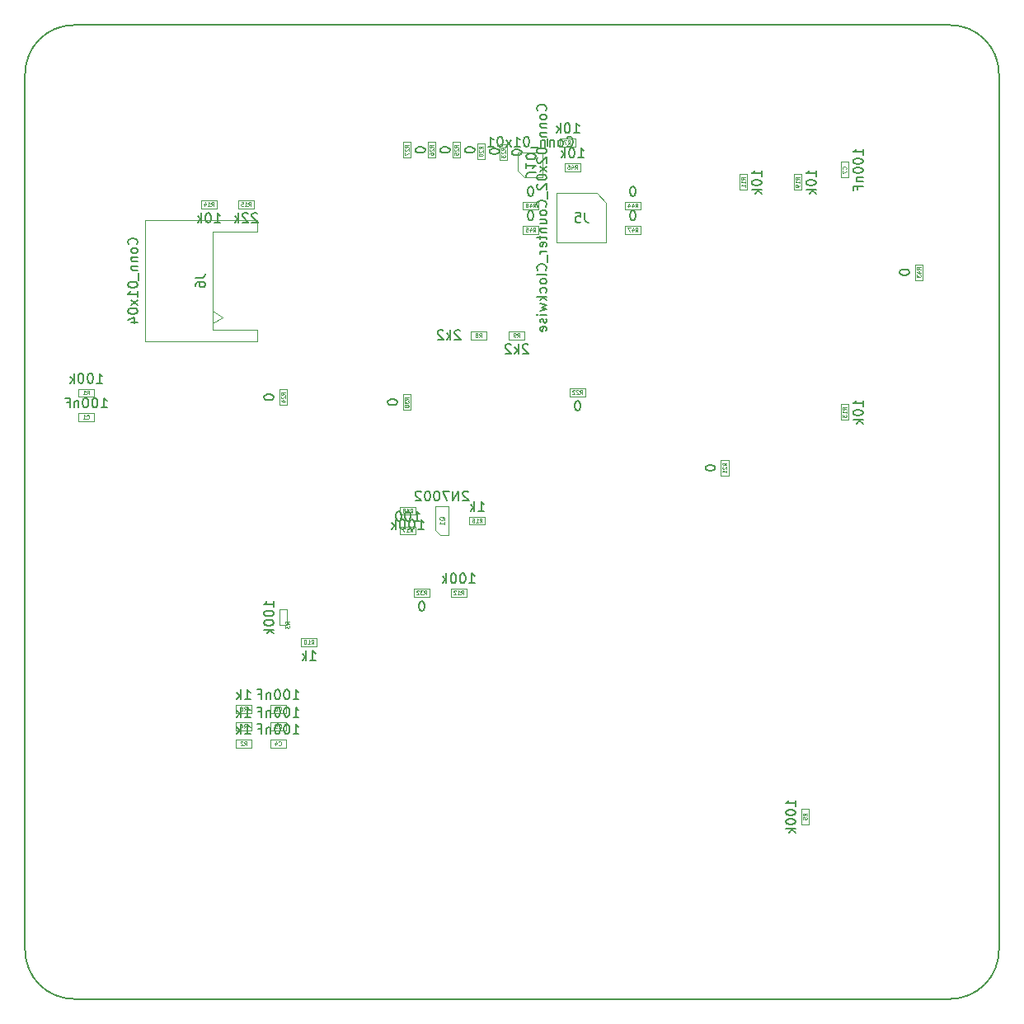
<source format=gbr>
%TF.GenerationSoftware,KiCad,Pcbnew,(5.1.6)-1*%
%TF.CreationDate,2021-04-09T09:14:04+02:00*%
%TF.ProjectId,03_La_Boite_A_Meuh,30335f4c-615f-4426-9f69-74655f415f4d,rev?*%
%TF.SameCoordinates,Original*%
%TF.FileFunction,Other,Fab,Bot*%
%FSLAX46Y46*%
G04 Gerber Fmt 4.6, Leading zero omitted, Abs format (unit mm)*
G04 Created by KiCad (PCBNEW (5.1.6)-1) date 2021-04-09 09:14:04*
%MOMM*%
%LPD*%
G01*
G04 APERTURE LIST*
%TA.AperFunction,Profile*%
%ADD10C,0.150000*%
%TD*%
%ADD11C,0.100000*%
%ADD12C,0.150000*%
%ADD13C,0.060000*%
%ADD14C,0.075000*%
G04 APERTURE END LIST*
D10*
X180000000Y-55000000D02*
X195000000Y-55000000D01*
X157000000Y-55000000D02*
X180000000Y-55000000D01*
X195000000Y-55000000D02*
G75*
G02*
X200000000Y-60000000I0J-5000000D01*
G01*
X200000000Y-150000000D02*
G75*
G02*
X195000000Y-155000000I-5000000J0D01*
G01*
X105000000Y-155000000D02*
G75*
G02*
X100000000Y-150000000I0J5000000D01*
G01*
X100000000Y-60000000D02*
G75*
G02*
X105000000Y-55000000I5000000J0D01*
G01*
X100000000Y-150000000D02*
X100000000Y-60000000D01*
X195000000Y-155000000D02*
X105000000Y-155000000D01*
X200000000Y-60000000D02*
X200000000Y-150000000D01*
X105000000Y-55000000D02*
X157000000Y-55000000D01*
D11*
%TO.C,R1*%
X105473001Y-92346999D02*
X105473001Y-93146999D01*
X105473001Y-93146999D02*
X107073001Y-93146999D01*
X107073001Y-93146999D02*
X107073001Y-92346999D01*
X107073001Y-92346999D02*
X105473001Y-92346999D01*
%TO.C,C1*%
X105473001Y-94856999D02*
X105473001Y-95656999D01*
X105473001Y-95656999D02*
X107073001Y-95656999D01*
X107073001Y-95656999D02*
X107073001Y-94856999D01*
X107073001Y-94856999D02*
X105473001Y-94856999D01*
%TO.C,R15*%
X123482000Y-73806000D02*
X123482000Y-73006000D01*
X123482000Y-73006000D02*
X121882000Y-73006000D01*
X121882000Y-73006000D02*
X121882000Y-73806000D01*
X121882000Y-73806000D02*
X123482000Y-73806000D01*
%TO.C,Q1*%
X142094000Y-106842000D02*
X142094000Y-104392000D01*
X142644000Y-107412000D02*
X143494000Y-107412000D01*
X142094000Y-106842000D02*
X142644000Y-107412000D01*
X143494000Y-107412000D02*
X143494000Y-104372000D01*
X142094000Y-104372000D02*
X143494000Y-104372000D01*
%TO.C,C4*%
X125184000Y-128378000D02*
X125184000Y-129178000D01*
X125184000Y-129178000D02*
X126784000Y-129178000D01*
X126784000Y-129178000D02*
X126784000Y-128378000D01*
X126784000Y-128378000D02*
X125184000Y-128378000D01*
%TO.C,C5*%
X125184000Y-126622000D02*
X125184000Y-127422000D01*
X125184000Y-127422000D02*
X126784000Y-127422000D01*
X126784000Y-127422000D02*
X126784000Y-126622000D01*
X126784000Y-126622000D02*
X125184000Y-126622000D01*
%TO.C,C6*%
X125184000Y-124822000D02*
X125184000Y-125622000D01*
X125184000Y-125622000D02*
X126784000Y-125622000D01*
X126784000Y-125622000D02*
X126784000Y-124822000D01*
X126784000Y-124822000D02*
X125184000Y-124822000D01*
%TO.C,J10*%
X151257000Y-70612000D02*
X153162000Y-70612000D01*
X153162000Y-70612000D02*
X153162000Y-68072000D01*
X153162000Y-68072000D02*
X150622000Y-68072000D01*
X150622000Y-68072000D02*
X150622000Y-69977000D01*
X150622000Y-69977000D02*
X151257000Y-70612000D01*
%TO.C,R2*%
X121630000Y-128378000D02*
X121630000Y-129178000D01*
X121630000Y-129178000D02*
X123230000Y-129178000D01*
X123230000Y-129178000D02*
X123230000Y-128378000D01*
X123230000Y-128378000D02*
X121630000Y-128378000D01*
%TO.C,R4*%
X121630000Y-126622000D02*
X121630000Y-127422000D01*
X121630000Y-127422000D02*
X123230000Y-127422000D01*
X123230000Y-127422000D02*
X123230000Y-126622000D01*
X123230000Y-126622000D02*
X121630000Y-126622000D01*
%TO.C,R6*%
X121628000Y-124822000D02*
X121628000Y-125622000D01*
X121628000Y-125622000D02*
X123228000Y-125622000D01*
X123228000Y-125622000D02*
X123228000Y-124822000D01*
X123228000Y-124822000D02*
X121628000Y-124822000D01*
%TO.C,R7*%
X154946000Y-66656000D02*
X154946000Y-67456000D01*
X154946000Y-67456000D02*
X156546000Y-67456000D01*
X156546000Y-67456000D02*
X156546000Y-66656000D01*
X156546000Y-66656000D02*
X154946000Y-66656000D01*
%TO.C,R8*%
X145758000Y-86468000D02*
X145758000Y-87268000D01*
X145758000Y-87268000D02*
X147358000Y-87268000D01*
X147358000Y-87268000D02*
X147358000Y-86468000D01*
X147358000Y-86468000D02*
X145758000Y-86468000D01*
%TO.C,R9*%
X151281000Y-87268000D02*
X151281000Y-86468000D01*
X151281000Y-86468000D02*
X149681000Y-86468000D01*
X149681000Y-86468000D02*
X149681000Y-87268000D01*
X149681000Y-87268000D02*
X151281000Y-87268000D01*
%TO.C,R12*%
X143726000Y-112884000D02*
X143726000Y-113684000D01*
X143726000Y-113684000D02*
X145326000Y-113684000D01*
X145326000Y-113684000D02*
X145326000Y-112884000D01*
X145326000Y-112884000D02*
X143726000Y-112884000D01*
%TO.C,R13*%
X184550000Y-93942000D02*
X183750000Y-93942000D01*
X183750000Y-93942000D02*
X183750000Y-95542000D01*
X183750000Y-95542000D02*
X184550000Y-95542000D01*
X184550000Y-95542000D02*
X184550000Y-93942000D01*
%TO.C,R14*%
X119672000Y-73806000D02*
X119672000Y-73006000D01*
X119672000Y-73006000D02*
X118072000Y-73006000D01*
X118072000Y-73006000D02*
X118072000Y-73806000D01*
X118072000Y-73806000D02*
X119672000Y-73806000D01*
%TO.C,R16*%
X145619000Y-105492000D02*
X145619000Y-106292000D01*
X145619000Y-106292000D02*
X147219000Y-106292000D01*
X147219000Y-106292000D02*
X147219000Y-105492000D01*
X147219000Y-105492000D02*
X145619000Y-105492000D01*
%TO.C,R17*%
X138494000Y-106492000D02*
X138494000Y-107292000D01*
X138494000Y-107292000D02*
X140094000Y-107292000D01*
X140094000Y-107292000D02*
X140094000Y-106492000D01*
X140094000Y-106492000D02*
X138494000Y-106492000D01*
%TO.C,R18*%
X140094000Y-105292000D02*
X140094000Y-104492000D01*
X140094000Y-104492000D02*
X138494000Y-104492000D01*
X138494000Y-104492000D02*
X138494000Y-105292000D01*
X138494000Y-105292000D02*
X140094000Y-105292000D01*
%TO.C,C7*%
X184550000Y-69050000D02*
X183750000Y-69050000D01*
X183750000Y-69050000D02*
X183750000Y-70650000D01*
X183750000Y-70650000D02*
X184550000Y-70650000D01*
X184550000Y-70650000D02*
X184550000Y-69050000D01*
%TO.C,J5*%
X159686000Y-77342000D02*
X159686000Y-73262000D01*
X159686000Y-73262000D02*
X158686000Y-72262000D01*
X158686000Y-72262000D02*
X154606000Y-72262000D01*
X154606000Y-72262000D02*
X154606000Y-77342000D01*
X154606000Y-77342000D02*
X159686000Y-77342000D01*
%TO.C,R3*%
X126092000Y-116624000D02*
X126892000Y-116624000D01*
X126892000Y-116624000D02*
X126892000Y-115024000D01*
X126892000Y-115024000D02*
X126092000Y-115024000D01*
X126092000Y-115024000D02*
X126092000Y-116624000D01*
%TO.C,R10*%
X129945000Y-118764000D02*
X129945000Y-117964000D01*
X129945000Y-117964000D02*
X128345000Y-117964000D01*
X128345000Y-117964000D02*
X128345000Y-118764000D01*
X128345000Y-118764000D02*
X129945000Y-118764000D01*
%TO.C,R11*%
X174136000Y-70320000D02*
X173336000Y-70320000D01*
X173336000Y-70320000D02*
X173336000Y-71920000D01*
X173336000Y-71920000D02*
X174136000Y-71920000D01*
X174136000Y-71920000D02*
X174136000Y-70320000D01*
%TO.C,R19*%
X179724000Y-70320000D02*
X178924000Y-70320000D01*
X178924000Y-70320000D02*
X178924000Y-71920000D01*
X178924000Y-71920000D02*
X179724000Y-71920000D01*
X179724000Y-71920000D02*
X179724000Y-70320000D01*
%TO.C,R22*%
X157518000Y-93110000D02*
X157518000Y-92310000D01*
X157518000Y-92310000D02*
X155918000Y-92310000D01*
X155918000Y-92310000D02*
X155918000Y-93110000D01*
X155918000Y-93110000D02*
X157518000Y-93110000D01*
%TO.C,R23*%
X149498000Y-67272000D02*
X148698000Y-67272000D01*
X148698000Y-67272000D02*
X148698000Y-68872000D01*
X148698000Y-68872000D02*
X149498000Y-68872000D01*
X149498000Y-68872000D02*
X149498000Y-67272000D01*
%TO.C,R24*%
X126092000Y-94018000D02*
X126892000Y-94018000D01*
X126892000Y-94018000D02*
X126892000Y-92418000D01*
X126892000Y-92418000D02*
X126092000Y-92418000D01*
X126092000Y-92418000D02*
X126092000Y-94018000D01*
%TO.C,R25*%
X144672000Y-67018000D02*
X143872000Y-67018000D01*
X143872000Y-67018000D02*
X143872000Y-68618000D01*
X143872000Y-68618000D02*
X144672000Y-68618000D01*
X144672000Y-68618000D02*
X144672000Y-67018000D01*
%TO.C,R26*%
X142132000Y-67018000D02*
X141332000Y-67018000D01*
X141332000Y-67018000D02*
X141332000Y-68618000D01*
X141332000Y-68618000D02*
X142132000Y-68618000D01*
X142132000Y-68618000D02*
X142132000Y-67018000D01*
%TO.C,R27*%
X139592000Y-67018000D02*
X138792000Y-67018000D01*
X138792000Y-67018000D02*
X138792000Y-68618000D01*
X138792000Y-68618000D02*
X139592000Y-68618000D01*
X139592000Y-68618000D02*
X139592000Y-67018000D01*
%TO.C,R32*%
X141516000Y-113684000D02*
X141516000Y-112884000D01*
X141516000Y-112884000D02*
X139916000Y-112884000D01*
X139916000Y-112884000D02*
X139916000Y-113684000D01*
X139916000Y-113684000D02*
X141516000Y-113684000D01*
%TO.C,R38*%
X138792000Y-94526000D02*
X139592000Y-94526000D01*
X139592000Y-94526000D02*
X139592000Y-92926000D01*
X139592000Y-92926000D02*
X138792000Y-92926000D01*
X138792000Y-92926000D02*
X138792000Y-94526000D01*
%TO.C,R43*%
X191370000Y-81177000D02*
X192170000Y-81177000D01*
X192170000Y-81177000D02*
X192170000Y-79577000D01*
X192170000Y-79577000D02*
X191370000Y-79577000D01*
X191370000Y-79577000D02*
X191370000Y-81177000D01*
%TO.C,R44*%
X161616000Y-73132000D02*
X161616000Y-73932000D01*
X161616000Y-73932000D02*
X163216000Y-73932000D01*
X163216000Y-73932000D02*
X163216000Y-73132000D01*
X163216000Y-73132000D02*
X161616000Y-73132000D01*
%TO.C,R45*%
X151116000Y-75632000D02*
X151116000Y-76432000D01*
X151116000Y-76432000D02*
X152716000Y-76432000D01*
X152716000Y-76432000D02*
X152716000Y-75632000D01*
X152716000Y-75632000D02*
X151116000Y-75632000D01*
%TO.C,R46*%
X155410000Y-69196000D02*
X155410000Y-69996000D01*
X155410000Y-69996000D02*
X157010000Y-69996000D01*
X157010000Y-69996000D02*
X157010000Y-69196000D01*
X157010000Y-69196000D02*
X155410000Y-69196000D01*
%TO.C,R47*%
X161616000Y-75632000D02*
X161616000Y-76432000D01*
X161616000Y-76432000D02*
X163216000Y-76432000D01*
X163216000Y-76432000D02*
X163216000Y-75632000D01*
X163216000Y-75632000D02*
X161616000Y-75632000D01*
%TO.C,R48*%
X151116000Y-73132000D02*
X151116000Y-73932000D01*
X151116000Y-73932000D02*
X152716000Y-73932000D01*
X152716000Y-73932000D02*
X152716000Y-73132000D01*
X152716000Y-73132000D02*
X151116000Y-73132000D01*
%TO.C,R20*%
X147212000Y-67159000D02*
X146412000Y-67159000D01*
X146412000Y-67159000D02*
X146412000Y-68759000D01*
X146412000Y-68759000D02*
X147212000Y-68759000D01*
X147212000Y-68759000D02*
X147212000Y-67159000D01*
%TO.C,R5*%
X179686000Y-137057000D02*
X180486000Y-137057000D01*
X180486000Y-137057000D02*
X180486000Y-135457000D01*
X180486000Y-135457000D02*
X179686000Y-135457000D01*
X179686000Y-135457000D02*
X179686000Y-137057000D01*
%TO.C,J6*%
X112300000Y-81250000D02*
X112300000Y-87450000D01*
X112300000Y-87450000D02*
X123800000Y-87450000D01*
X123800000Y-87450000D02*
X123800000Y-86250000D01*
X123800000Y-86250000D02*
X119300000Y-86250000D01*
X119300000Y-86250000D02*
X119300000Y-81250000D01*
X112300000Y-81250000D02*
X112300000Y-75050000D01*
X112300000Y-75050000D02*
X123800000Y-75050000D01*
X123800000Y-75050000D02*
X123800000Y-76250000D01*
X123800000Y-76250000D02*
X119300000Y-76250000D01*
X119300000Y-76250000D02*
X119300000Y-81250000D01*
X119300000Y-85625000D02*
X120300000Y-85000000D01*
X120300000Y-85000000D02*
X119300000Y-84375000D01*
%TO.C,R21*%
X171431000Y-99657000D02*
X171431000Y-101257000D01*
X172231000Y-99657000D02*
X171431000Y-99657000D01*
X172231000Y-101257000D02*
X172231000Y-99657000D01*
X171431000Y-101257000D02*
X172231000Y-101257000D01*
%TD*%
%TO.C,R1*%
D12*
X107344429Y-91769379D02*
X107915858Y-91769379D01*
X107630143Y-91769379D02*
X107630143Y-90769379D01*
X107725381Y-90912237D01*
X107820620Y-91007475D01*
X107915858Y-91055094D01*
X106725381Y-90769379D02*
X106630143Y-90769379D01*
X106534905Y-90816999D01*
X106487286Y-90864618D01*
X106439667Y-90959856D01*
X106392048Y-91150332D01*
X106392048Y-91388427D01*
X106439667Y-91578903D01*
X106487286Y-91674141D01*
X106534905Y-91721760D01*
X106630143Y-91769379D01*
X106725381Y-91769379D01*
X106820620Y-91721760D01*
X106868239Y-91674141D01*
X106915858Y-91578903D01*
X106963477Y-91388427D01*
X106963477Y-91150332D01*
X106915858Y-90959856D01*
X106868239Y-90864618D01*
X106820620Y-90816999D01*
X106725381Y-90769379D01*
X105773001Y-90769379D02*
X105677762Y-90769379D01*
X105582524Y-90816999D01*
X105534905Y-90864618D01*
X105487286Y-90959856D01*
X105439667Y-91150332D01*
X105439667Y-91388427D01*
X105487286Y-91578903D01*
X105534905Y-91674141D01*
X105582524Y-91721760D01*
X105677762Y-91769379D01*
X105773001Y-91769379D01*
X105868239Y-91721760D01*
X105915858Y-91674141D01*
X105963477Y-91578903D01*
X106011096Y-91388427D01*
X106011096Y-91150332D01*
X105963477Y-90959856D01*
X105915858Y-90864618D01*
X105868239Y-90816999D01*
X105773001Y-90769379D01*
X105011096Y-91769379D02*
X105011096Y-90769379D01*
X104915858Y-91388427D02*
X104630143Y-91769379D01*
X104630143Y-91102713D02*
X105011096Y-91483665D01*
D13*
X106339667Y-92927951D02*
X106473001Y-92737475D01*
X106568239Y-92927951D02*
X106568239Y-92527951D01*
X106415858Y-92527951D01*
X106377762Y-92546999D01*
X106358715Y-92566046D01*
X106339667Y-92604141D01*
X106339667Y-92661284D01*
X106358715Y-92699379D01*
X106377762Y-92718427D01*
X106415858Y-92737475D01*
X106568239Y-92737475D01*
X105958715Y-92927951D02*
X106187286Y-92927951D01*
X106073001Y-92927951D02*
X106073001Y-92527951D01*
X106111096Y-92585094D01*
X106149191Y-92623189D01*
X106187286Y-92642237D01*
%TO.C,C1*%
D12*
X107820620Y-94279379D02*
X108392048Y-94279379D01*
X108106334Y-94279379D02*
X108106334Y-93279379D01*
X108201572Y-93422237D01*
X108296810Y-93517475D01*
X108392048Y-93565094D01*
X107201572Y-93279379D02*
X107106334Y-93279379D01*
X107011096Y-93326999D01*
X106963477Y-93374618D01*
X106915858Y-93469856D01*
X106868239Y-93660332D01*
X106868239Y-93898427D01*
X106915858Y-94088903D01*
X106963477Y-94184141D01*
X107011096Y-94231760D01*
X107106334Y-94279379D01*
X107201572Y-94279379D01*
X107296810Y-94231760D01*
X107344429Y-94184141D01*
X107392048Y-94088903D01*
X107439667Y-93898427D01*
X107439667Y-93660332D01*
X107392048Y-93469856D01*
X107344429Y-93374618D01*
X107296810Y-93326999D01*
X107201572Y-93279379D01*
X106249191Y-93279379D02*
X106153953Y-93279379D01*
X106058715Y-93326999D01*
X106011096Y-93374618D01*
X105963477Y-93469856D01*
X105915858Y-93660332D01*
X105915858Y-93898427D01*
X105963477Y-94088903D01*
X106011096Y-94184141D01*
X106058715Y-94231760D01*
X106153953Y-94279379D01*
X106249191Y-94279379D01*
X106344429Y-94231760D01*
X106392048Y-94184141D01*
X106439667Y-94088903D01*
X106487286Y-93898427D01*
X106487286Y-93660332D01*
X106439667Y-93469856D01*
X106392048Y-93374618D01*
X106344429Y-93326999D01*
X106249191Y-93279379D01*
X105487286Y-93612713D02*
X105487286Y-94279379D01*
X105487286Y-93707951D02*
X105439667Y-93660332D01*
X105344429Y-93612713D01*
X105201572Y-93612713D01*
X105106334Y-93660332D01*
X105058715Y-93755570D01*
X105058715Y-94279379D01*
X104249191Y-93755570D02*
X104582524Y-93755570D01*
X104582524Y-94279379D02*
X104582524Y-93279379D01*
X104106334Y-93279379D01*
D13*
X106339667Y-95399856D02*
X106358715Y-95418903D01*
X106415858Y-95437951D01*
X106453953Y-95437951D01*
X106511096Y-95418903D01*
X106549191Y-95380808D01*
X106568239Y-95342713D01*
X106587286Y-95266522D01*
X106587286Y-95209379D01*
X106568239Y-95133189D01*
X106549191Y-95095094D01*
X106511096Y-95056999D01*
X106453953Y-95037951D01*
X106415858Y-95037951D01*
X106358715Y-95056999D01*
X106339667Y-95076046D01*
X105958715Y-95437951D02*
X106187286Y-95437951D01*
X106073001Y-95437951D02*
X106073001Y-95037951D01*
X106111096Y-95095094D01*
X106149191Y-95133189D01*
X106187286Y-95152237D01*
%TO.C,R15*%
D12*
X123848666Y-74383619D02*
X123801047Y-74336000D01*
X123705809Y-74288380D01*
X123467714Y-74288380D01*
X123372476Y-74336000D01*
X123324857Y-74383619D01*
X123277238Y-74478857D01*
X123277238Y-74574095D01*
X123324857Y-74716952D01*
X123896285Y-75288380D01*
X123277238Y-75288380D01*
X122896285Y-74383619D02*
X122848666Y-74336000D01*
X122753428Y-74288380D01*
X122515333Y-74288380D01*
X122420095Y-74336000D01*
X122372476Y-74383619D01*
X122324857Y-74478857D01*
X122324857Y-74574095D01*
X122372476Y-74716952D01*
X122943904Y-75288380D01*
X122324857Y-75288380D01*
X121896285Y-75288380D02*
X121896285Y-74288380D01*
X121801047Y-74907428D02*
X121515333Y-75288380D01*
X121515333Y-74621714D02*
X121896285Y-75002666D01*
D13*
X122939142Y-73586952D02*
X123072476Y-73396476D01*
X123167714Y-73586952D02*
X123167714Y-73186952D01*
X123015333Y-73186952D01*
X122977238Y-73206000D01*
X122958190Y-73225047D01*
X122939142Y-73263142D01*
X122939142Y-73320285D01*
X122958190Y-73358380D01*
X122977238Y-73377428D01*
X123015333Y-73396476D01*
X123167714Y-73396476D01*
X122558190Y-73586952D02*
X122786761Y-73586952D01*
X122672476Y-73586952D02*
X122672476Y-73186952D01*
X122710571Y-73244095D01*
X122748666Y-73282190D01*
X122786761Y-73301238D01*
X122196285Y-73186952D02*
X122386761Y-73186952D01*
X122405809Y-73377428D01*
X122386761Y-73358380D01*
X122348666Y-73339333D01*
X122253428Y-73339333D01*
X122215333Y-73358380D01*
X122196285Y-73377428D01*
X122177238Y-73415523D01*
X122177238Y-73510761D01*
X122196285Y-73548857D01*
X122215333Y-73567904D01*
X122253428Y-73586952D01*
X122348666Y-73586952D01*
X122386761Y-73567904D01*
X122405809Y-73548857D01*
%TO.C,Q1*%
D12*
X145508285Y-102939619D02*
X145460666Y-102892000D01*
X145365428Y-102844380D01*
X145127333Y-102844380D01*
X145032095Y-102892000D01*
X144984476Y-102939619D01*
X144936857Y-103034857D01*
X144936857Y-103130095D01*
X144984476Y-103272952D01*
X145555904Y-103844380D01*
X144936857Y-103844380D01*
X144508285Y-103844380D02*
X144508285Y-102844380D01*
X143936857Y-103844380D01*
X143936857Y-102844380D01*
X143555904Y-102844380D02*
X142889238Y-102844380D01*
X143317809Y-103844380D01*
X142317809Y-102844380D02*
X142222571Y-102844380D01*
X142127333Y-102892000D01*
X142079714Y-102939619D01*
X142032095Y-103034857D01*
X141984476Y-103225333D01*
X141984476Y-103463428D01*
X142032095Y-103653904D01*
X142079714Y-103749142D01*
X142127333Y-103796761D01*
X142222571Y-103844380D01*
X142317809Y-103844380D01*
X142413047Y-103796761D01*
X142460666Y-103749142D01*
X142508285Y-103653904D01*
X142555904Y-103463428D01*
X142555904Y-103225333D01*
X142508285Y-103034857D01*
X142460666Y-102939619D01*
X142413047Y-102892000D01*
X142317809Y-102844380D01*
X141365428Y-102844380D02*
X141270190Y-102844380D01*
X141174952Y-102892000D01*
X141127333Y-102939619D01*
X141079714Y-103034857D01*
X141032095Y-103225333D01*
X141032095Y-103463428D01*
X141079714Y-103653904D01*
X141127333Y-103749142D01*
X141174952Y-103796761D01*
X141270190Y-103844380D01*
X141365428Y-103844380D01*
X141460666Y-103796761D01*
X141508285Y-103749142D01*
X141555904Y-103653904D01*
X141603523Y-103463428D01*
X141603523Y-103225333D01*
X141555904Y-103034857D01*
X141508285Y-102939619D01*
X141460666Y-102892000D01*
X141365428Y-102844380D01*
X140651142Y-102939619D02*
X140603523Y-102892000D01*
X140508285Y-102844380D01*
X140270190Y-102844380D01*
X140174952Y-102892000D01*
X140127333Y-102939619D01*
X140079714Y-103034857D01*
X140079714Y-103130095D01*
X140127333Y-103272952D01*
X140698761Y-103844380D01*
X140079714Y-103844380D01*
D14*
X143067809Y-105844380D02*
X143044000Y-105796761D01*
X142996380Y-105749142D01*
X142924952Y-105677714D01*
X142901142Y-105630095D01*
X142901142Y-105582476D01*
X143020190Y-105606285D02*
X142996380Y-105558666D01*
X142948761Y-105511047D01*
X142853523Y-105487238D01*
X142686857Y-105487238D01*
X142591619Y-105511047D01*
X142544000Y-105558666D01*
X142520190Y-105606285D01*
X142520190Y-105701523D01*
X142544000Y-105749142D01*
X142591619Y-105796761D01*
X142686857Y-105820571D01*
X142853523Y-105820571D01*
X142948761Y-105796761D01*
X142996380Y-105749142D01*
X143020190Y-105701523D01*
X143020190Y-105606285D01*
X143020190Y-106296761D02*
X143020190Y-106011047D01*
X143020190Y-106153904D02*
X142520190Y-106153904D01*
X142591619Y-106106285D01*
X142639238Y-106058666D01*
X142663047Y-106011047D01*
%TO.C,C4*%
D12*
X127531619Y-127800380D02*
X128103047Y-127800380D01*
X127817333Y-127800380D02*
X127817333Y-126800380D01*
X127912571Y-126943238D01*
X128007809Y-127038476D01*
X128103047Y-127086095D01*
X126912571Y-126800380D02*
X126817333Y-126800380D01*
X126722095Y-126848000D01*
X126674476Y-126895619D01*
X126626857Y-126990857D01*
X126579238Y-127181333D01*
X126579238Y-127419428D01*
X126626857Y-127609904D01*
X126674476Y-127705142D01*
X126722095Y-127752761D01*
X126817333Y-127800380D01*
X126912571Y-127800380D01*
X127007809Y-127752761D01*
X127055428Y-127705142D01*
X127103047Y-127609904D01*
X127150666Y-127419428D01*
X127150666Y-127181333D01*
X127103047Y-126990857D01*
X127055428Y-126895619D01*
X127007809Y-126848000D01*
X126912571Y-126800380D01*
X125960190Y-126800380D02*
X125864952Y-126800380D01*
X125769714Y-126848000D01*
X125722095Y-126895619D01*
X125674476Y-126990857D01*
X125626857Y-127181333D01*
X125626857Y-127419428D01*
X125674476Y-127609904D01*
X125722095Y-127705142D01*
X125769714Y-127752761D01*
X125864952Y-127800380D01*
X125960190Y-127800380D01*
X126055428Y-127752761D01*
X126103047Y-127705142D01*
X126150666Y-127609904D01*
X126198285Y-127419428D01*
X126198285Y-127181333D01*
X126150666Y-126990857D01*
X126103047Y-126895619D01*
X126055428Y-126848000D01*
X125960190Y-126800380D01*
X125198285Y-127133714D02*
X125198285Y-127800380D01*
X125198285Y-127228952D02*
X125150666Y-127181333D01*
X125055428Y-127133714D01*
X124912571Y-127133714D01*
X124817333Y-127181333D01*
X124769714Y-127276571D01*
X124769714Y-127800380D01*
X123960190Y-127276571D02*
X124293523Y-127276571D01*
X124293523Y-127800380D02*
X124293523Y-126800380D01*
X123817333Y-126800380D01*
D13*
X126050666Y-128920857D02*
X126069714Y-128939904D01*
X126126857Y-128958952D01*
X126164952Y-128958952D01*
X126222095Y-128939904D01*
X126260190Y-128901809D01*
X126279238Y-128863714D01*
X126298285Y-128787523D01*
X126298285Y-128730380D01*
X126279238Y-128654190D01*
X126260190Y-128616095D01*
X126222095Y-128578000D01*
X126164952Y-128558952D01*
X126126857Y-128558952D01*
X126069714Y-128578000D01*
X126050666Y-128597047D01*
X125707809Y-128692285D02*
X125707809Y-128958952D01*
X125803047Y-128539904D02*
X125898285Y-128825619D01*
X125650666Y-128825619D01*
%TO.C,C5*%
D12*
X127531619Y-126044380D02*
X128103047Y-126044380D01*
X127817333Y-126044380D02*
X127817333Y-125044380D01*
X127912571Y-125187238D01*
X128007809Y-125282476D01*
X128103047Y-125330095D01*
X126912571Y-125044380D02*
X126817333Y-125044380D01*
X126722095Y-125092000D01*
X126674476Y-125139619D01*
X126626857Y-125234857D01*
X126579238Y-125425333D01*
X126579238Y-125663428D01*
X126626857Y-125853904D01*
X126674476Y-125949142D01*
X126722095Y-125996761D01*
X126817333Y-126044380D01*
X126912571Y-126044380D01*
X127007809Y-125996761D01*
X127055428Y-125949142D01*
X127103047Y-125853904D01*
X127150666Y-125663428D01*
X127150666Y-125425333D01*
X127103047Y-125234857D01*
X127055428Y-125139619D01*
X127007809Y-125092000D01*
X126912571Y-125044380D01*
X125960190Y-125044380D02*
X125864952Y-125044380D01*
X125769714Y-125092000D01*
X125722095Y-125139619D01*
X125674476Y-125234857D01*
X125626857Y-125425333D01*
X125626857Y-125663428D01*
X125674476Y-125853904D01*
X125722095Y-125949142D01*
X125769714Y-125996761D01*
X125864952Y-126044380D01*
X125960190Y-126044380D01*
X126055428Y-125996761D01*
X126103047Y-125949142D01*
X126150666Y-125853904D01*
X126198285Y-125663428D01*
X126198285Y-125425333D01*
X126150666Y-125234857D01*
X126103047Y-125139619D01*
X126055428Y-125092000D01*
X125960190Y-125044380D01*
X125198285Y-125377714D02*
X125198285Y-126044380D01*
X125198285Y-125472952D02*
X125150666Y-125425333D01*
X125055428Y-125377714D01*
X124912571Y-125377714D01*
X124817333Y-125425333D01*
X124769714Y-125520571D01*
X124769714Y-126044380D01*
X123960190Y-125520571D02*
X124293523Y-125520571D01*
X124293523Y-126044380D02*
X124293523Y-125044380D01*
X123817333Y-125044380D01*
D13*
X126050666Y-127164857D02*
X126069714Y-127183904D01*
X126126857Y-127202952D01*
X126164952Y-127202952D01*
X126222095Y-127183904D01*
X126260190Y-127145809D01*
X126279238Y-127107714D01*
X126298285Y-127031523D01*
X126298285Y-126974380D01*
X126279238Y-126898190D01*
X126260190Y-126860095D01*
X126222095Y-126822000D01*
X126164952Y-126802952D01*
X126126857Y-126802952D01*
X126069714Y-126822000D01*
X126050666Y-126841047D01*
X125688761Y-126802952D02*
X125879238Y-126802952D01*
X125898285Y-126993428D01*
X125879238Y-126974380D01*
X125841142Y-126955333D01*
X125745904Y-126955333D01*
X125707809Y-126974380D01*
X125688761Y-126993428D01*
X125669714Y-127031523D01*
X125669714Y-127126761D01*
X125688761Y-127164857D01*
X125707809Y-127183904D01*
X125745904Y-127202952D01*
X125841142Y-127202952D01*
X125879238Y-127183904D01*
X125898285Y-127164857D01*
%TO.C,C6*%
D12*
X127531619Y-124244380D02*
X128103047Y-124244380D01*
X127817333Y-124244380D02*
X127817333Y-123244380D01*
X127912571Y-123387238D01*
X128007809Y-123482476D01*
X128103047Y-123530095D01*
X126912571Y-123244380D02*
X126817333Y-123244380D01*
X126722095Y-123292000D01*
X126674476Y-123339619D01*
X126626857Y-123434857D01*
X126579238Y-123625333D01*
X126579238Y-123863428D01*
X126626857Y-124053904D01*
X126674476Y-124149142D01*
X126722095Y-124196761D01*
X126817333Y-124244380D01*
X126912571Y-124244380D01*
X127007809Y-124196761D01*
X127055428Y-124149142D01*
X127103047Y-124053904D01*
X127150666Y-123863428D01*
X127150666Y-123625333D01*
X127103047Y-123434857D01*
X127055428Y-123339619D01*
X127007809Y-123292000D01*
X126912571Y-123244380D01*
X125960190Y-123244380D02*
X125864952Y-123244380D01*
X125769714Y-123292000D01*
X125722095Y-123339619D01*
X125674476Y-123434857D01*
X125626857Y-123625333D01*
X125626857Y-123863428D01*
X125674476Y-124053904D01*
X125722095Y-124149142D01*
X125769714Y-124196761D01*
X125864952Y-124244380D01*
X125960190Y-124244380D01*
X126055428Y-124196761D01*
X126103047Y-124149142D01*
X126150666Y-124053904D01*
X126198285Y-123863428D01*
X126198285Y-123625333D01*
X126150666Y-123434857D01*
X126103047Y-123339619D01*
X126055428Y-123292000D01*
X125960190Y-123244380D01*
X125198285Y-123577714D02*
X125198285Y-124244380D01*
X125198285Y-123672952D02*
X125150666Y-123625333D01*
X125055428Y-123577714D01*
X124912571Y-123577714D01*
X124817333Y-123625333D01*
X124769714Y-123720571D01*
X124769714Y-124244380D01*
X123960190Y-123720571D02*
X124293523Y-123720571D01*
X124293523Y-124244380D02*
X124293523Y-123244380D01*
X123817333Y-123244380D01*
D13*
X126050666Y-125364857D02*
X126069714Y-125383904D01*
X126126857Y-125402952D01*
X126164952Y-125402952D01*
X126222095Y-125383904D01*
X126260190Y-125345809D01*
X126279238Y-125307714D01*
X126298285Y-125231523D01*
X126298285Y-125174380D01*
X126279238Y-125098190D01*
X126260190Y-125060095D01*
X126222095Y-125022000D01*
X126164952Y-125002952D01*
X126126857Y-125002952D01*
X126069714Y-125022000D01*
X126050666Y-125041047D01*
X125707809Y-125002952D02*
X125784000Y-125002952D01*
X125822095Y-125022000D01*
X125841142Y-125041047D01*
X125879238Y-125098190D01*
X125898285Y-125174380D01*
X125898285Y-125326761D01*
X125879238Y-125364857D01*
X125860190Y-125383904D01*
X125822095Y-125402952D01*
X125745904Y-125402952D01*
X125707809Y-125383904D01*
X125688761Y-125364857D01*
X125669714Y-125326761D01*
X125669714Y-125231523D01*
X125688761Y-125193428D01*
X125707809Y-125174380D01*
X125745904Y-125155333D01*
X125822095Y-125155333D01*
X125860190Y-125174380D01*
X125879238Y-125193428D01*
X125898285Y-125231523D01*
%TO.C,J10*%
D12*
X155630095Y-67369142D02*
X155677714Y-67416761D01*
X155820571Y-67464380D01*
X155915809Y-67464380D01*
X156058666Y-67416761D01*
X156153904Y-67321523D01*
X156201523Y-67226285D01*
X156249142Y-67035809D01*
X156249142Y-66892952D01*
X156201523Y-66702476D01*
X156153904Y-66607238D01*
X156058666Y-66512000D01*
X155915809Y-66464380D01*
X155820571Y-66464380D01*
X155677714Y-66512000D01*
X155630095Y-66559619D01*
X155058666Y-67464380D02*
X155153904Y-67416761D01*
X155201523Y-67369142D01*
X155249142Y-67273904D01*
X155249142Y-66988190D01*
X155201523Y-66892952D01*
X155153904Y-66845333D01*
X155058666Y-66797714D01*
X154915809Y-66797714D01*
X154820571Y-66845333D01*
X154772952Y-66892952D01*
X154725333Y-66988190D01*
X154725333Y-67273904D01*
X154772952Y-67369142D01*
X154820571Y-67416761D01*
X154915809Y-67464380D01*
X155058666Y-67464380D01*
X154296761Y-66797714D02*
X154296761Y-67464380D01*
X154296761Y-66892952D02*
X154249142Y-66845333D01*
X154153904Y-66797714D01*
X154011047Y-66797714D01*
X153915809Y-66845333D01*
X153868190Y-66940571D01*
X153868190Y-67464380D01*
X153392000Y-66797714D02*
X153392000Y-67464380D01*
X153392000Y-66892952D02*
X153344380Y-66845333D01*
X153249142Y-66797714D01*
X153106285Y-66797714D01*
X153011047Y-66845333D01*
X152963428Y-66940571D01*
X152963428Y-67464380D01*
X152725333Y-67559619D02*
X151963428Y-67559619D01*
X151534857Y-66464380D02*
X151439619Y-66464380D01*
X151344380Y-66512000D01*
X151296761Y-66559619D01*
X151249142Y-66654857D01*
X151201523Y-66845333D01*
X151201523Y-67083428D01*
X151249142Y-67273904D01*
X151296761Y-67369142D01*
X151344380Y-67416761D01*
X151439619Y-67464380D01*
X151534857Y-67464380D01*
X151630095Y-67416761D01*
X151677714Y-67369142D01*
X151725333Y-67273904D01*
X151772952Y-67083428D01*
X151772952Y-66845333D01*
X151725333Y-66654857D01*
X151677714Y-66559619D01*
X151630095Y-66512000D01*
X151534857Y-66464380D01*
X150249142Y-67464380D02*
X150820571Y-67464380D01*
X150534857Y-67464380D02*
X150534857Y-66464380D01*
X150630095Y-66607238D01*
X150725333Y-66702476D01*
X150820571Y-66750095D01*
X149915809Y-67464380D02*
X149392000Y-66797714D01*
X149915809Y-66797714D02*
X149392000Y-67464380D01*
X148820571Y-66464380D02*
X148725333Y-66464380D01*
X148630095Y-66512000D01*
X148582476Y-66559619D01*
X148534857Y-66654857D01*
X148487238Y-66845333D01*
X148487238Y-67083428D01*
X148534857Y-67273904D01*
X148582476Y-67369142D01*
X148630095Y-67416761D01*
X148725333Y-67464380D01*
X148820571Y-67464380D01*
X148915809Y-67416761D01*
X148963428Y-67369142D01*
X149011047Y-67273904D01*
X149058666Y-67083428D01*
X149058666Y-66845333D01*
X149011047Y-66654857D01*
X148963428Y-66559619D01*
X148915809Y-66512000D01*
X148820571Y-66464380D01*
X147534857Y-67464380D02*
X148106285Y-67464380D01*
X147820571Y-67464380D02*
X147820571Y-66464380D01*
X147915809Y-66607238D01*
X148011047Y-66702476D01*
X148106285Y-66750095D01*
X152439619Y-70151523D02*
X151725333Y-70151523D01*
X151582476Y-70199142D01*
X151487238Y-70294380D01*
X151439619Y-70437238D01*
X151439619Y-70532476D01*
X151439619Y-69151523D02*
X151439619Y-69722952D01*
X151439619Y-69437238D02*
X152439619Y-69437238D01*
X152296761Y-69532476D01*
X152201523Y-69627714D01*
X152153904Y-69722952D01*
X152439619Y-68532476D02*
X152439619Y-68437238D01*
X152392000Y-68342000D01*
X152344380Y-68294380D01*
X152249142Y-68246761D01*
X152058666Y-68199142D01*
X151820571Y-68199142D01*
X151630095Y-68246761D01*
X151534857Y-68294380D01*
X151487238Y-68342000D01*
X151439619Y-68437238D01*
X151439619Y-68532476D01*
X151487238Y-68627714D01*
X151534857Y-68675333D01*
X151630095Y-68722952D01*
X151820571Y-68770571D01*
X152058666Y-68770571D01*
X152249142Y-68722952D01*
X152344380Y-68675333D01*
X152392000Y-68627714D01*
X152439619Y-68532476D01*
%TO.C,R2*%
X122549047Y-127800380D02*
X123120476Y-127800380D01*
X122834761Y-127800380D02*
X122834761Y-126800380D01*
X122930000Y-126943238D01*
X123025238Y-127038476D01*
X123120476Y-127086095D01*
X122120476Y-127800380D02*
X122120476Y-126800380D01*
X122025238Y-127419428D02*
X121739523Y-127800380D01*
X121739523Y-127133714D02*
X122120476Y-127514666D01*
D13*
X122496666Y-128958952D02*
X122630000Y-128768476D01*
X122725238Y-128958952D02*
X122725238Y-128558952D01*
X122572857Y-128558952D01*
X122534761Y-128578000D01*
X122515714Y-128597047D01*
X122496666Y-128635142D01*
X122496666Y-128692285D01*
X122515714Y-128730380D01*
X122534761Y-128749428D01*
X122572857Y-128768476D01*
X122725238Y-128768476D01*
X122344285Y-128597047D02*
X122325238Y-128578000D01*
X122287142Y-128558952D01*
X122191904Y-128558952D01*
X122153809Y-128578000D01*
X122134761Y-128597047D01*
X122115714Y-128635142D01*
X122115714Y-128673238D01*
X122134761Y-128730380D01*
X122363333Y-128958952D01*
X122115714Y-128958952D01*
%TO.C,R4*%
D12*
X122549047Y-126044380D02*
X123120476Y-126044380D01*
X122834761Y-126044380D02*
X122834761Y-125044380D01*
X122930000Y-125187238D01*
X123025238Y-125282476D01*
X123120476Y-125330095D01*
X122120476Y-126044380D02*
X122120476Y-125044380D01*
X122025238Y-125663428D02*
X121739523Y-126044380D01*
X121739523Y-125377714D02*
X122120476Y-125758666D01*
D13*
X122496666Y-127202952D02*
X122630000Y-127012476D01*
X122725238Y-127202952D02*
X122725238Y-126802952D01*
X122572857Y-126802952D01*
X122534761Y-126822000D01*
X122515714Y-126841047D01*
X122496666Y-126879142D01*
X122496666Y-126936285D01*
X122515714Y-126974380D01*
X122534761Y-126993428D01*
X122572857Y-127012476D01*
X122725238Y-127012476D01*
X122153809Y-126936285D02*
X122153809Y-127202952D01*
X122249047Y-126783904D02*
X122344285Y-127069619D01*
X122096666Y-127069619D01*
%TO.C,R6*%
D12*
X122547047Y-124244380D02*
X123118476Y-124244380D01*
X122832761Y-124244380D02*
X122832761Y-123244380D01*
X122928000Y-123387238D01*
X123023238Y-123482476D01*
X123118476Y-123530095D01*
X122118476Y-124244380D02*
X122118476Y-123244380D01*
X122023238Y-123863428D02*
X121737523Y-124244380D01*
X121737523Y-123577714D02*
X122118476Y-123958666D01*
D13*
X122494666Y-125402952D02*
X122628000Y-125212476D01*
X122723238Y-125402952D02*
X122723238Y-125002952D01*
X122570857Y-125002952D01*
X122532761Y-125022000D01*
X122513714Y-125041047D01*
X122494666Y-125079142D01*
X122494666Y-125136285D01*
X122513714Y-125174380D01*
X122532761Y-125193428D01*
X122570857Y-125212476D01*
X122723238Y-125212476D01*
X122151809Y-125002952D02*
X122228000Y-125002952D01*
X122266095Y-125022000D01*
X122285142Y-125041047D01*
X122323238Y-125098190D01*
X122342285Y-125174380D01*
X122342285Y-125326761D01*
X122323238Y-125364857D01*
X122304190Y-125383904D01*
X122266095Y-125402952D01*
X122189904Y-125402952D01*
X122151809Y-125383904D01*
X122132761Y-125364857D01*
X122113714Y-125326761D01*
X122113714Y-125231523D01*
X122132761Y-125193428D01*
X122151809Y-125174380D01*
X122189904Y-125155333D01*
X122266095Y-125155333D01*
X122304190Y-125174380D01*
X122323238Y-125193428D01*
X122342285Y-125231523D01*
%TO.C,R7*%
D12*
X156341238Y-66078380D02*
X156912666Y-66078380D01*
X156626952Y-66078380D02*
X156626952Y-65078380D01*
X156722190Y-65221238D01*
X156817428Y-65316476D01*
X156912666Y-65364095D01*
X155722190Y-65078380D02*
X155626952Y-65078380D01*
X155531714Y-65126000D01*
X155484095Y-65173619D01*
X155436476Y-65268857D01*
X155388857Y-65459333D01*
X155388857Y-65697428D01*
X155436476Y-65887904D01*
X155484095Y-65983142D01*
X155531714Y-66030761D01*
X155626952Y-66078380D01*
X155722190Y-66078380D01*
X155817428Y-66030761D01*
X155865047Y-65983142D01*
X155912666Y-65887904D01*
X155960285Y-65697428D01*
X155960285Y-65459333D01*
X155912666Y-65268857D01*
X155865047Y-65173619D01*
X155817428Y-65126000D01*
X155722190Y-65078380D01*
X154960285Y-66078380D02*
X154960285Y-65078380D01*
X154865047Y-65697428D02*
X154579333Y-66078380D01*
X154579333Y-65411714D02*
X154960285Y-65792666D01*
D13*
X155737666Y-67236952D02*
X155871000Y-67046476D01*
X155966238Y-67236952D02*
X155966238Y-66836952D01*
X155813857Y-66836952D01*
X155775761Y-66856000D01*
X155756714Y-66875047D01*
X155737666Y-66913142D01*
X155737666Y-66970285D01*
X155756714Y-67008380D01*
X155775761Y-67027428D01*
X155813857Y-67046476D01*
X155966238Y-67046476D01*
X155604333Y-66836952D02*
X155337666Y-66836952D01*
X155509095Y-67236952D01*
%TO.C,R8*%
D12*
X144676666Y-86415619D02*
X144629047Y-86368000D01*
X144533809Y-86320380D01*
X144295714Y-86320380D01*
X144200476Y-86368000D01*
X144152857Y-86415619D01*
X144105238Y-86510857D01*
X144105238Y-86606095D01*
X144152857Y-86748952D01*
X144724285Y-87320380D01*
X144105238Y-87320380D01*
X143676666Y-87320380D02*
X143676666Y-86320380D01*
X143581428Y-86939428D02*
X143295714Y-87320380D01*
X143295714Y-86653714D02*
X143676666Y-87034666D01*
X142914761Y-86415619D02*
X142867142Y-86368000D01*
X142771904Y-86320380D01*
X142533809Y-86320380D01*
X142438571Y-86368000D01*
X142390952Y-86415619D01*
X142343333Y-86510857D01*
X142343333Y-86606095D01*
X142390952Y-86748952D01*
X142962380Y-87320380D01*
X142343333Y-87320380D01*
D13*
X146624666Y-87048952D02*
X146758000Y-86858476D01*
X146853238Y-87048952D02*
X146853238Y-86648952D01*
X146700857Y-86648952D01*
X146662761Y-86668000D01*
X146643714Y-86687047D01*
X146624666Y-86725142D01*
X146624666Y-86782285D01*
X146643714Y-86820380D01*
X146662761Y-86839428D01*
X146700857Y-86858476D01*
X146853238Y-86858476D01*
X146396095Y-86820380D02*
X146434190Y-86801333D01*
X146453238Y-86782285D01*
X146472285Y-86744190D01*
X146472285Y-86725142D01*
X146453238Y-86687047D01*
X146434190Y-86668000D01*
X146396095Y-86648952D01*
X146319904Y-86648952D01*
X146281809Y-86668000D01*
X146262761Y-86687047D01*
X146243714Y-86725142D01*
X146243714Y-86744190D01*
X146262761Y-86782285D01*
X146281809Y-86801333D01*
X146319904Y-86820380D01*
X146396095Y-86820380D01*
X146434190Y-86839428D01*
X146453238Y-86858476D01*
X146472285Y-86896571D01*
X146472285Y-86972761D01*
X146453238Y-87010857D01*
X146434190Y-87029904D01*
X146396095Y-87048952D01*
X146319904Y-87048952D01*
X146281809Y-87029904D01*
X146262761Y-87010857D01*
X146243714Y-86972761D01*
X146243714Y-86896571D01*
X146262761Y-86858476D01*
X146281809Y-86839428D01*
X146319904Y-86820380D01*
%TO.C,R9*%
D12*
X151647666Y-87845619D02*
X151600047Y-87798000D01*
X151504809Y-87750380D01*
X151266714Y-87750380D01*
X151171476Y-87798000D01*
X151123857Y-87845619D01*
X151076238Y-87940857D01*
X151076238Y-88036095D01*
X151123857Y-88178952D01*
X151695285Y-88750380D01*
X151076238Y-88750380D01*
X150647666Y-88750380D02*
X150647666Y-87750380D01*
X150552428Y-88369428D02*
X150266714Y-88750380D01*
X150266714Y-88083714D02*
X150647666Y-88464666D01*
X149885761Y-87845619D02*
X149838142Y-87798000D01*
X149742904Y-87750380D01*
X149504809Y-87750380D01*
X149409571Y-87798000D01*
X149361952Y-87845619D01*
X149314333Y-87940857D01*
X149314333Y-88036095D01*
X149361952Y-88178952D01*
X149933380Y-88750380D01*
X149314333Y-88750380D01*
D13*
X150547666Y-87048952D02*
X150681000Y-86858476D01*
X150776238Y-87048952D02*
X150776238Y-86648952D01*
X150623857Y-86648952D01*
X150585761Y-86668000D01*
X150566714Y-86687047D01*
X150547666Y-86725142D01*
X150547666Y-86782285D01*
X150566714Y-86820380D01*
X150585761Y-86839428D01*
X150623857Y-86858476D01*
X150776238Y-86858476D01*
X150357190Y-87048952D02*
X150281000Y-87048952D01*
X150242904Y-87029904D01*
X150223857Y-87010857D01*
X150185761Y-86953714D01*
X150166714Y-86877523D01*
X150166714Y-86725142D01*
X150185761Y-86687047D01*
X150204809Y-86668000D01*
X150242904Y-86648952D01*
X150319095Y-86648952D01*
X150357190Y-86668000D01*
X150376238Y-86687047D01*
X150395285Y-86725142D01*
X150395285Y-86820380D01*
X150376238Y-86858476D01*
X150357190Y-86877523D01*
X150319095Y-86896571D01*
X150242904Y-86896571D01*
X150204809Y-86877523D01*
X150185761Y-86858476D01*
X150166714Y-86820380D01*
%TO.C,R12*%
D12*
X145597428Y-112306380D02*
X146168857Y-112306380D01*
X145883142Y-112306380D02*
X145883142Y-111306380D01*
X145978380Y-111449238D01*
X146073619Y-111544476D01*
X146168857Y-111592095D01*
X144978380Y-111306380D02*
X144883142Y-111306380D01*
X144787904Y-111354000D01*
X144740285Y-111401619D01*
X144692666Y-111496857D01*
X144645047Y-111687333D01*
X144645047Y-111925428D01*
X144692666Y-112115904D01*
X144740285Y-112211142D01*
X144787904Y-112258761D01*
X144883142Y-112306380D01*
X144978380Y-112306380D01*
X145073619Y-112258761D01*
X145121238Y-112211142D01*
X145168857Y-112115904D01*
X145216476Y-111925428D01*
X145216476Y-111687333D01*
X145168857Y-111496857D01*
X145121238Y-111401619D01*
X145073619Y-111354000D01*
X144978380Y-111306380D01*
X144026000Y-111306380D02*
X143930761Y-111306380D01*
X143835523Y-111354000D01*
X143787904Y-111401619D01*
X143740285Y-111496857D01*
X143692666Y-111687333D01*
X143692666Y-111925428D01*
X143740285Y-112115904D01*
X143787904Y-112211142D01*
X143835523Y-112258761D01*
X143930761Y-112306380D01*
X144026000Y-112306380D01*
X144121238Y-112258761D01*
X144168857Y-112211142D01*
X144216476Y-112115904D01*
X144264095Y-111925428D01*
X144264095Y-111687333D01*
X144216476Y-111496857D01*
X144168857Y-111401619D01*
X144121238Y-111354000D01*
X144026000Y-111306380D01*
X143264095Y-112306380D02*
X143264095Y-111306380D01*
X143168857Y-111925428D02*
X142883142Y-112306380D01*
X142883142Y-111639714D02*
X143264095Y-112020666D01*
D13*
X144783142Y-113464952D02*
X144916476Y-113274476D01*
X145011714Y-113464952D02*
X145011714Y-113064952D01*
X144859333Y-113064952D01*
X144821238Y-113084000D01*
X144802190Y-113103047D01*
X144783142Y-113141142D01*
X144783142Y-113198285D01*
X144802190Y-113236380D01*
X144821238Y-113255428D01*
X144859333Y-113274476D01*
X145011714Y-113274476D01*
X144402190Y-113464952D02*
X144630761Y-113464952D01*
X144516476Y-113464952D02*
X144516476Y-113064952D01*
X144554571Y-113122095D01*
X144592666Y-113160190D01*
X144630761Y-113179238D01*
X144249809Y-113103047D02*
X144230761Y-113084000D01*
X144192666Y-113064952D01*
X144097428Y-113064952D01*
X144059333Y-113084000D01*
X144040285Y-113103047D01*
X144021238Y-113141142D01*
X144021238Y-113179238D01*
X144040285Y-113236380D01*
X144268857Y-113464952D01*
X144021238Y-113464952D01*
%TO.C,R13*%
D12*
X186032380Y-94146761D02*
X186032380Y-93575333D01*
X186032380Y-93861047D02*
X185032380Y-93861047D01*
X185175238Y-93765809D01*
X185270476Y-93670571D01*
X185318095Y-93575333D01*
X185032380Y-94765809D02*
X185032380Y-94861047D01*
X185080000Y-94956285D01*
X185127619Y-95003904D01*
X185222857Y-95051523D01*
X185413333Y-95099142D01*
X185651428Y-95099142D01*
X185841904Y-95051523D01*
X185937142Y-95003904D01*
X185984761Y-94956285D01*
X186032380Y-94861047D01*
X186032380Y-94765809D01*
X185984761Y-94670571D01*
X185937142Y-94622952D01*
X185841904Y-94575333D01*
X185651428Y-94527714D01*
X185413333Y-94527714D01*
X185222857Y-94575333D01*
X185127619Y-94622952D01*
X185080000Y-94670571D01*
X185032380Y-94765809D01*
X186032380Y-95527714D02*
X185032380Y-95527714D01*
X185651428Y-95622952D02*
X186032380Y-95908666D01*
X185365714Y-95908666D02*
X185746666Y-95527714D01*
D13*
X184330952Y-94484857D02*
X184140476Y-94351523D01*
X184330952Y-94256285D02*
X183930952Y-94256285D01*
X183930952Y-94408666D01*
X183950000Y-94446761D01*
X183969047Y-94465809D01*
X184007142Y-94484857D01*
X184064285Y-94484857D01*
X184102380Y-94465809D01*
X184121428Y-94446761D01*
X184140476Y-94408666D01*
X184140476Y-94256285D01*
X184330952Y-94865809D02*
X184330952Y-94637238D01*
X184330952Y-94751523D02*
X183930952Y-94751523D01*
X183988095Y-94713428D01*
X184026190Y-94675333D01*
X184045238Y-94637238D01*
X183930952Y-94999142D02*
X183930952Y-95246761D01*
X184083333Y-95113428D01*
X184083333Y-95170571D01*
X184102380Y-95208666D01*
X184121428Y-95227714D01*
X184159523Y-95246761D01*
X184254761Y-95246761D01*
X184292857Y-95227714D01*
X184311904Y-95208666D01*
X184330952Y-95170571D01*
X184330952Y-95056285D01*
X184311904Y-95018190D01*
X184292857Y-94999142D01*
%TO.C,R14*%
D12*
X119467238Y-75288380D02*
X120038666Y-75288380D01*
X119752952Y-75288380D02*
X119752952Y-74288380D01*
X119848190Y-74431238D01*
X119943428Y-74526476D01*
X120038666Y-74574095D01*
X118848190Y-74288380D02*
X118752952Y-74288380D01*
X118657714Y-74336000D01*
X118610095Y-74383619D01*
X118562476Y-74478857D01*
X118514857Y-74669333D01*
X118514857Y-74907428D01*
X118562476Y-75097904D01*
X118610095Y-75193142D01*
X118657714Y-75240761D01*
X118752952Y-75288380D01*
X118848190Y-75288380D01*
X118943428Y-75240761D01*
X118991047Y-75193142D01*
X119038666Y-75097904D01*
X119086285Y-74907428D01*
X119086285Y-74669333D01*
X119038666Y-74478857D01*
X118991047Y-74383619D01*
X118943428Y-74336000D01*
X118848190Y-74288380D01*
X118086285Y-75288380D02*
X118086285Y-74288380D01*
X117991047Y-74907428D02*
X117705333Y-75288380D01*
X117705333Y-74621714D02*
X118086285Y-75002666D01*
D13*
X119129142Y-73586952D02*
X119262476Y-73396476D01*
X119357714Y-73586952D02*
X119357714Y-73186952D01*
X119205333Y-73186952D01*
X119167238Y-73206000D01*
X119148190Y-73225047D01*
X119129142Y-73263142D01*
X119129142Y-73320285D01*
X119148190Y-73358380D01*
X119167238Y-73377428D01*
X119205333Y-73396476D01*
X119357714Y-73396476D01*
X118748190Y-73586952D02*
X118976761Y-73586952D01*
X118862476Y-73586952D02*
X118862476Y-73186952D01*
X118900571Y-73244095D01*
X118938666Y-73282190D01*
X118976761Y-73301238D01*
X118405333Y-73320285D02*
X118405333Y-73586952D01*
X118500571Y-73167904D02*
X118595809Y-73453619D01*
X118348190Y-73453619D01*
%TO.C,R16*%
D12*
X146538047Y-104914380D02*
X147109476Y-104914380D01*
X146823761Y-104914380D02*
X146823761Y-103914380D01*
X146919000Y-104057238D01*
X147014238Y-104152476D01*
X147109476Y-104200095D01*
X146109476Y-104914380D02*
X146109476Y-103914380D01*
X146014238Y-104533428D02*
X145728523Y-104914380D01*
X145728523Y-104247714D02*
X146109476Y-104628666D01*
D13*
X146676142Y-106072952D02*
X146809476Y-105882476D01*
X146904714Y-106072952D02*
X146904714Y-105672952D01*
X146752333Y-105672952D01*
X146714238Y-105692000D01*
X146695190Y-105711047D01*
X146676142Y-105749142D01*
X146676142Y-105806285D01*
X146695190Y-105844380D01*
X146714238Y-105863428D01*
X146752333Y-105882476D01*
X146904714Y-105882476D01*
X146295190Y-106072952D02*
X146523761Y-106072952D01*
X146409476Y-106072952D02*
X146409476Y-105672952D01*
X146447571Y-105730095D01*
X146485666Y-105768190D01*
X146523761Y-105787238D01*
X145952333Y-105672952D02*
X146028523Y-105672952D01*
X146066619Y-105692000D01*
X146085666Y-105711047D01*
X146123761Y-105768190D01*
X146142809Y-105844380D01*
X146142809Y-105996761D01*
X146123761Y-106034857D01*
X146104714Y-106053904D01*
X146066619Y-106072952D01*
X145990428Y-106072952D01*
X145952333Y-106053904D01*
X145933285Y-106034857D01*
X145914238Y-105996761D01*
X145914238Y-105901523D01*
X145933285Y-105863428D01*
X145952333Y-105844380D01*
X145990428Y-105825333D01*
X146066619Y-105825333D01*
X146104714Y-105844380D01*
X146123761Y-105863428D01*
X146142809Y-105901523D01*
%TO.C,R17*%
D12*
X139960666Y-105914380D02*
X140532095Y-105914380D01*
X140246380Y-105914380D02*
X140246380Y-104914380D01*
X140341619Y-105057238D01*
X140436857Y-105152476D01*
X140532095Y-105200095D01*
X139341619Y-104914380D02*
X139246380Y-104914380D01*
X139151142Y-104962000D01*
X139103523Y-105009619D01*
X139055904Y-105104857D01*
X139008285Y-105295333D01*
X139008285Y-105533428D01*
X139055904Y-105723904D01*
X139103523Y-105819142D01*
X139151142Y-105866761D01*
X139246380Y-105914380D01*
X139341619Y-105914380D01*
X139436857Y-105866761D01*
X139484476Y-105819142D01*
X139532095Y-105723904D01*
X139579714Y-105533428D01*
X139579714Y-105295333D01*
X139532095Y-105104857D01*
X139484476Y-105009619D01*
X139436857Y-104962000D01*
X139341619Y-104914380D01*
X138389238Y-104914380D02*
X138294000Y-104914380D01*
X138198761Y-104962000D01*
X138151142Y-105009619D01*
X138103523Y-105104857D01*
X138055904Y-105295333D01*
X138055904Y-105533428D01*
X138103523Y-105723904D01*
X138151142Y-105819142D01*
X138198761Y-105866761D01*
X138294000Y-105914380D01*
X138389238Y-105914380D01*
X138484476Y-105866761D01*
X138532095Y-105819142D01*
X138579714Y-105723904D01*
X138627333Y-105533428D01*
X138627333Y-105295333D01*
X138579714Y-105104857D01*
X138532095Y-105009619D01*
X138484476Y-104962000D01*
X138389238Y-104914380D01*
D13*
X139551142Y-107072952D02*
X139684476Y-106882476D01*
X139779714Y-107072952D02*
X139779714Y-106672952D01*
X139627333Y-106672952D01*
X139589238Y-106692000D01*
X139570190Y-106711047D01*
X139551142Y-106749142D01*
X139551142Y-106806285D01*
X139570190Y-106844380D01*
X139589238Y-106863428D01*
X139627333Y-106882476D01*
X139779714Y-106882476D01*
X139170190Y-107072952D02*
X139398761Y-107072952D01*
X139284476Y-107072952D02*
X139284476Y-106672952D01*
X139322571Y-106730095D01*
X139360666Y-106768190D01*
X139398761Y-106787238D01*
X139036857Y-106672952D02*
X138770190Y-106672952D01*
X138941619Y-107072952D01*
%TO.C,R18*%
D12*
X140365428Y-106774380D02*
X140936857Y-106774380D01*
X140651142Y-106774380D02*
X140651142Y-105774380D01*
X140746380Y-105917238D01*
X140841619Y-106012476D01*
X140936857Y-106060095D01*
X139746380Y-105774380D02*
X139651142Y-105774380D01*
X139555904Y-105822000D01*
X139508285Y-105869619D01*
X139460666Y-105964857D01*
X139413047Y-106155333D01*
X139413047Y-106393428D01*
X139460666Y-106583904D01*
X139508285Y-106679142D01*
X139555904Y-106726761D01*
X139651142Y-106774380D01*
X139746380Y-106774380D01*
X139841619Y-106726761D01*
X139889238Y-106679142D01*
X139936857Y-106583904D01*
X139984476Y-106393428D01*
X139984476Y-106155333D01*
X139936857Y-105964857D01*
X139889238Y-105869619D01*
X139841619Y-105822000D01*
X139746380Y-105774380D01*
X138794000Y-105774380D02*
X138698761Y-105774380D01*
X138603523Y-105822000D01*
X138555904Y-105869619D01*
X138508285Y-105964857D01*
X138460666Y-106155333D01*
X138460666Y-106393428D01*
X138508285Y-106583904D01*
X138555904Y-106679142D01*
X138603523Y-106726761D01*
X138698761Y-106774380D01*
X138794000Y-106774380D01*
X138889238Y-106726761D01*
X138936857Y-106679142D01*
X138984476Y-106583904D01*
X139032095Y-106393428D01*
X139032095Y-106155333D01*
X138984476Y-105964857D01*
X138936857Y-105869619D01*
X138889238Y-105822000D01*
X138794000Y-105774380D01*
X138032095Y-106774380D02*
X138032095Y-105774380D01*
X137936857Y-106393428D02*
X137651142Y-106774380D01*
X137651142Y-106107714D02*
X138032095Y-106488666D01*
D13*
X139551142Y-105072952D02*
X139684476Y-104882476D01*
X139779714Y-105072952D02*
X139779714Y-104672952D01*
X139627333Y-104672952D01*
X139589238Y-104692000D01*
X139570190Y-104711047D01*
X139551142Y-104749142D01*
X139551142Y-104806285D01*
X139570190Y-104844380D01*
X139589238Y-104863428D01*
X139627333Y-104882476D01*
X139779714Y-104882476D01*
X139170190Y-105072952D02*
X139398761Y-105072952D01*
X139284476Y-105072952D02*
X139284476Y-104672952D01*
X139322571Y-104730095D01*
X139360666Y-104768190D01*
X139398761Y-104787238D01*
X138941619Y-104844380D02*
X138979714Y-104825333D01*
X138998761Y-104806285D01*
X139017809Y-104768190D01*
X139017809Y-104749142D01*
X138998761Y-104711047D01*
X138979714Y-104692000D01*
X138941619Y-104672952D01*
X138865428Y-104672952D01*
X138827333Y-104692000D01*
X138808285Y-104711047D01*
X138789238Y-104749142D01*
X138789238Y-104768190D01*
X138808285Y-104806285D01*
X138827333Y-104825333D01*
X138865428Y-104844380D01*
X138941619Y-104844380D01*
X138979714Y-104863428D01*
X138998761Y-104882476D01*
X139017809Y-104920571D01*
X139017809Y-104996761D01*
X138998761Y-105034857D01*
X138979714Y-105053904D01*
X138941619Y-105072952D01*
X138865428Y-105072952D01*
X138827333Y-105053904D01*
X138808285Y-105034857D01*
X138789238Y-104996761D01*
X138789238Y-104920571D01*
X138808285Y-104882476D01*
X138827333Y-104863428D01*
X138865428Y-104844380D01*
%TO.C,C7*%
D12*
X186032380Y-68302380D02*
X186032380Y-67730952D01*
X186032380Y-68016666D02*
X185032380Y-68016666D01*
X185175238Y-67921428D01*
X185270476Y-67826190D01*
X185318095Y-67730952D01*
X185032380Y-68921428D02*
X185032380Y-69016666D01*
X185080000Y-69111904D01*
X185127619Y-69159523D01*
X185222857Y-69207142D01*
X185413333Y-69254761D01*
X185651428Y-69254761D01*
X185841904Y-69207142D01*
X185937142Y-69159523D01*
X185984761Y-69111904D01*
X186032380Y-69016666D01*
X186032380Y-68921428D01*
X185984761Y-68826190D01*
X185937142Y-68778571D01*
X185841904Y-68730952D01*
X185651428Y-68683333D01*
X185413333Y-68683333D01*
X185222857Y-68730952D01*
X185127619Y-68778571D01*
X185080000Y-68826190D01*
X185032380Y-68921428D01*
X185032380Y-69873809D02*
X185032380Y-69969047D01*
X185080000Y-70064285D01*
X185127619Y-70111904D01*
X185222857Y-70159523D01*
X185413333Y-70207142D01*
X185651428Y-70207142D01*
X185841904Y-70159523D01*
X185937142Y-70111904D01*
X185984761Y-70064285D01*
X186032380Y-69969047D01*
X186032380Y-69873809D01*
X185984761Y-69778571D01*
X185937142Y-69730952D01*
X185841904Y-69683333D01*
X185651428Y-69635714D01*
X185413333Y-69635714D01*
X185222857Y-69683333D01*
X185127619Y-69730952D01*
X185080000Y-69778571D01*
X185032380Y-69873809D01*
X185365714Y-70635714D02*
X186032380Y-70635714D01*
X185460952Y-70635714D02*
X185413333Y-70683333D01*
X185365714Y-70778571D01*
X185365714Y-70921428D01*
X185413333Y-71016666D01*
X185508571Y-71064285D01*
X186032380Y-71064285D01*
X185508571Y-71873809D02*
X185508571Y-71540476D01*
X186032380Y-71540476D02*
X185032380Y-71540476D01*
X185032380Y-72016666D01*
D13*
X184292857Y-69783333D02*
X184311904Y-69764285D01*
X184330952Y-69707142D01*
X184330952Y-69669047D01*
X184311904Y-69611904D01*
X184273809Y-69573809D01*
X184235714Y-69554761D01*
X184159523Y-69535714D01*
X184102380Y-69535714D01*
X184026190Y-69554761D01*
X183988095Y-69573809D01*
X183950000Y-69611904D01*
X183930952Y-69669047D01*
X183930952Y-69707142D01*
X183950000Y-69764285D01*
X183969047Y-69783333D01*
X183930952Y-69916666D02*
X183930952Y-70183333D01*
X184330952Y-70011904D01*
%TO.C,J5*%
D12*
X153463142Y-63778190D02*
X153510761Y-63730571D01*
X153558380Y-63587714D01*
X153558380Y-63492476D01*
X153510761Y-63349619D01*
X153415523Y-63254380D01*
X153320285Y-63206761D01*
X153129809Y-63159142D01*
X152986952Y-63159142D01*
X152796476Y-63206761D01*
X152701238Y-63254380D01*
X152606000Y-63349619D01*
X152558380Y-63492476D01*
X152558380Y-63587714D01*
X152606000Y-63730571D01*
X152653619Y-63778190D01*
X153558380Y-64349619D02*
X153510761Y-64254380D01*
X153463142Y-64206761D01*
X153367904Y-64159142D01*
X153082190Y-64159142D01*
X152986952Y-64206761D01*
X152939333Y-64254380D01*
X152891714Y-64349619D01*
X152891714Y-64492476D01*
X152939333Y-64587714D01*
X152986952Y-64635333D01*
X153082190Y-64682952D01*
X153367904Y-64682952D01*
X153463142Y-64635333D01*
X153510761Y-64587714D01*
X153558380Y-64492476D01*
X153558380Y-64349619D01*
X152891714Y-65111523D02*
X153558380Y-65111523D01*
X152986952Y-65111523D02*
X152939333Y-65159142D01*
X152891714Y-65254380D01*
X152891714Y-65397238D01*
X152939333Y-65492476D01*
X153034571Y-65540095D01*
X153558380Y-65540095D01*
X152891714Y-66016285D02*
X153558380Y-66016285D01*
X152986952Y-66016285D02*
X152939333Y-66063904D01*
X152891714Y-66159142D01*
X152891714Y-66302000D01*
X152939333Y-66397238D01*
X153034571Y-66444857D01*
X153558380Y-66444857D01*
X153653619Y-66682952D02*
X153653619Y-67444857D01*
X152558380Y-67873428D02*
X152558380Y-67968666D01*
X152606000Y-68063904D01*
X152653619Y-68111523D01*
X152748857Y-68159142D01*
X152939333Y-68206761D01*
X153177428Y-68206761D01*
X153367904Y-68159142D01*
X153463142Y-68111523D01*
X153510761Y-68063904D01*
X153558380Y-67968666D01*
X153558380Y-67873428D01*
X153510761Y-67778190D01*
X153463142Y-67730571D01*
X153367904Y-67682952D01*
X153177428Y-67635333D01*
X152939333Y-67635333D01*
X152748857Y-67682952D01*
X152653619Y-67730571D01*
X152606000Y-67778190D01*
X152558380Y-67873428D01*
X152653619Y-68587714D02*
X152606000Y-68635333D01*
X152558380Y-68730571D01*
X152558380Y-68968666D01*
X152606000Y-69063904D01*
X152653619Y-69111523D01*
X152748857Y-69159142D01*
X152844095Y-69159142D01*
X152986952Y-69111523D01*
X153558380Y-68540095D01*
X153558380Y-69159142D01*
X153558380Y-69492476D02*
X152891714Y-70016285D01*
X152891714Y-69492476D02*
X153558380Y-70016285D01*
X152558380Y-70587714D02*
X152558380Y-70682952D01*
X152606000Y-70778190D01*
X152653619Y-70825809D01*
X152748857Y-70873428D01*
X152939333Y-70921047D01*
X153177428Y-70921047D01*
X153367904Y-70873428D01*
X153463142Y-70825809D01*
X153510761Y-70778190D01*
X153558380Y-70682952D01*
X153558380Y-70587714D01*
X153510761Y-70492476D01*
X153463142Y-70444857D01*
X153367904Y-70397238D01*
X153177428Y-70349619D01*
X152939333Y-70349619D01*
X152748857Y-70397238D01*
X152653619Y-70444857D01*
X152606000Y-70492476D01*
X152558380Y-70587714D01*
X152653619Y-71302000D02*
X152606000Y-71349619D01*
X152558380Y-71444857D01*
X152558380Y-71682952D01*
X152606000Y-71778190D01*
X152653619Y-71825809D01*
X152748857Y-71873428D01*
X152844095Y-71873428D01*
X152986952Y-71825809D01*
X153558380Y-71254380D01*
X153558380Y-71873428D01*
X153653619Y-72063904D02*
X153653619Y-72825809D01*
X153463142Y-73635333D02*
X153510761Y-73587714D01*
X153558380Y-73444857D01*
X153558380Y-73349619D01*
X153510761Y-73206761D01*
X153415523Y-73111523D01*
X153320285Y-73063904D01*
X153129809Y-73016285D01*
X152986952Y-73016285D01*
X152796476Y-73063904D01*
X152701238Y-73111523D01*
X152606000Y-73206761D01*
X152558380Y-73349619D01*
X152558380Y-73444857D01*
X152606000Y-73587714D01*
X152653619Y-73635333D01*
X153558380Y-74206761D02*
X153510761Y-74111523D01*
X153463142Y-74063904D01*
X153367904Y-74016285D01*
X153082190Y-74016285D01*
X152986952Y-74063904D01*
X152939333Y-74111523D01*
X152891714Y-74206761D01*
X152891714Y-74349619D01*
X152939333Y-74444857D01*
X152986952Y-74492476D01*
X153082190Y-74540095D01*
X153367904Y-74540095D01*
X153463142Y-74492476D01*
X153510761Y-74444857D01*
X153558380Y-74349619D01*
X153558380Y-74206761D01*
X152891714Y-75397238D02*
X153558380Y-75397238D01*
X152891714Y-74968666D02*
X153415523Y-74968666D01*
X153510761Y-75016285D01*
X153558380Y-75111523D01*
X153558380Y-75254380D01*
X153510761Y-75349619D01*
X153463142Y-75397238D01*
X152891714Y-75873428D02*
X153558380Y-75873428D01*
X152986952Y-75873428D02*
X152939333Y-75921047D01*
X152891714Y-76016285D01*
X152891714Y-76159142D01*
X152939333Y-76254380D01*
X153034571Y-76302000D01*
X153558380Y-76302000D01*
X152891714Y-76635333D02*
X152891714Y-77016285D01*
X152558380Y-76778190D02*
X153415523Y-76778190D01*
X153510761Y-76825809D01*
X153558380Y-76921047D01*
X153558380Y-77016285D01*
X153510761Y-77730571D02*
X153558380Y-77635333D01*
X153558380Y-77444857D01*
X153510761Y-77349619D01*
X153415523Y-77302000D01*
X153034571Y-77302000D01*
X152939333Y-77349619D01*
X152891714Y-77444857D01*
X152891714Y-77635333D01*
X152939333Y-77730571D01*
X153034571Y-77778190D01*
X153129809Y-77778190D01*
X153225047Y-77302000D01*
X153558380Y-78206761D02*
X152891714Y-78206761D01*
X153082190Y-78206761D02*
X152986952Y-78254380D01*
X152939333Y-78302000D01*
X152891714Y-78397238D01*
X152891714Y-78492476D01*
X153653619Y-78587714D02*
X153653619Y-79349619D01*
X153463142Y-80159142D02*
X153510761Y-80111523D01*
X153558380Y-79968666D01*
X153558380Y-79873428D01*
X153510761Y-79730571D01*
X153415523Y-79635333D01*
X153320285Y-79587714D01*
X153129809Y-79540095D01*
X152986952Y-79540095D01*
X152796476Y-79587714D01*
X152701238Y-79635333D01*
X152606000Y-79730571D01*
X152558380Y-79873428D01*
X152558380Y-79968666D01*
X152606000Y-80111523D01*
X152653619Y-80159142D01*
X153558380Y-80730571D02*
X153510761Y-80635333D01*
X153415523Y-80587714D01*
X152558380Y-80587714D01*
X153558380Y-81254380D02*
X153510761Y-81159142D01*
X153463142Y-81111523D01*
X153367904Y-81063904D01*
X153082190Y-81063904D01*
X152986952Y-81111523D01*
X152939333Y-81159142D01*
X152891714Y-81254380D01*
X152891714Y-81397238D01*
X152939333Y-81492476D01*
X152986952Y-81540095D01*
X153082190Y-81587714D01*
X153367904Y-81587714D01*
X153463142Y-81540095D01*
X153510761Y-81492476D01*
X153558380Y-81397238D01*
X153558380Y-81254380D01*
X153510761Y-82444857D02*
X153558380Y-82349619D01*
X153558380Y-82159142D01*
X153510761Y-82063904D01*
X153463142Y-82016285D01*
X153367904Y-81968666D01*
X153082190Y-81968666D01*
X152986952Y-82016285D01*
X152939333Y-82063904D01*
X152891714Y-82159142D01*
X152891714Y-82349619D01*
X152939333Y-82444857D01*
X153558380Y-82873428D02*
X152558380Y-82873428D01*
X153177428Y-82968666D02*
X153558380Y-83254380D01*
X152891714Y-83254380D02*
X153272666Y-82873428D01*
X152891714Y-83587714D02*
X153558380Y-83778190D01*
X153082190Y-83968666D01*
X153558380Y-84159142D01*
X152891714Y-84349619D01*
X153558380Y-84730571D02*
X152891714Y-84730571D01*
X152558380Y-84730571D02*
X152606000Y-84682952D01*
X152653619Y-84730571D01*
X152606000Y-84778190D01*
X152558380Y-84730571D01*
X152653619Y-84730571D01*
X153510761Y-85159142D02*
X153558380Y-85254380D01*
X153558380Y-85444857D01*
X153510761Y-85540095D01*
X153415523Y-85587714D01*
X153367904Y-85587714D01*
X153272666Y-85540095D01*
X153225047Y-85444857D01*
X153225047Y-85302000D01*
X153177428Y-85206761D01*
X153082190Y-85159142D01*
X153034571Y-85159142D01*
X152939333Y-85206761D01*
X152891714Y-85302000D01*
X152891714Y-85444857D01*
X152939333Y-85540095D01*
X153510761Y-86397238D02*
X153558380Y-86302000D01*
X153558380Y-86111523D01*
X153510761Y-86016285D01*
X153415523Y-85968666D01*
X153034571Y-85968666D01*
X152939333Y-86016285D01*
X152891714Y-86111523D01*
X152891714Y-86302000D01*
X152939333Y-86397238D01*
X153034571Y-86444857D01*
X153129809Y-86444857D01*
X153225047Y-85968666D01*
X157479333Y-74254380D02*
X157479333Y-74968666D01*
X157526952Y-75111523D01*
X157622190Y-75206761D01*
X157765047Y-75254380D01*
X157860285Y-75254380D01*
X156526952Y-74254380D02*
X157003142Y-74254380D01*
X157050761Y-74730571D01*
X157003142Y-74682952D01*
X156907904Y-74635333D01*
X156669809Y-74635333D01*
X156574571Y-74682952D01*
X156526952Y-74730571D01*
X156479333Y-74825809D01*
X156479333Y-75063904D01*
X156526952Y-75159142D01*
X156574571Y-75206761D01*
X156669809Y-75254380D01*
X156907904Y-75254380D01*
X157003142Y-75206761D01*
X157050761Y-75159142D01*
%TO.C,R3*%
X125514380Y-114752571D02*
X125514380Y-114181142D01*
X125514380Y-114466857D02*
X124514380Y-114466857D01*
X124657238Y-114371619D01*
X124752476Y-114276380D01*
X124800095Y-114181142D01*
X124514380Y-115371619D02*
X124514380Y-115466857D01*
X124562000Y-115562095D01*
X124609619Y-115609714D01*
X124704857Y-115657333D01*
X124895333Y-115704952D01*
X125133428Y-115704952D01*
X125323904Y-115657333D01*
X125419142Y-115609714D01*
X125466761Y-115562095D01*
X125514380Y-115466857D01*
X125514380Y-115371619D01*
X125466761Y-115276380D01*
X125419142Y-115228761D01*
X125323904Y-115181142D01*
X125133428Y-115133523D01*
X124895333Y-115133523D01*
X124704857Y-115181142D01*
X124609619Y-115228761D01*
X124562000Y-115276380D01*
X124514380Y-115371619D01*
X124514380Y-116324000D02*
X124514380Y-116419238D01*
X124562000Y-116514476D01*
X124609619Y-116562095D01*
X124704857Y-116609714D01*
X124895333Y-116657333D01*
X125133428Y-116657333D01*
X125323904Y-116609714D01*
X125419142Y-116562095D01*
X125466761Y-116514476D01*
X125514380Y-116419238D01*
X125514380Y-116324000D01*
X125466761Y-116228761D01*
X125419142Y-116181142D01*
X125323904Y-116133523D01*
X125133428Y-116085904D01*
X124895333Y-116085904D01*
X124704857Y-116133523D01*
X124609619Y-116181142D01*
X124562000Y-116228761D01*
X124514380Y-116324000D01*
X125514380Y-117085904D02*
X124514380Y-117085904D01*
X125133428Y-117181142D02*
X125514380Y-117466857D01*
X124847714Y-117466857D02*
X125228666Y-117085904D01*
D13*
X127147953Y-116532334D02*
X126957477Y-116399001D01*
X127147953Y-116303762D02*
X126747953Y-116303762D01*
X126747953Y-116456143D01*
X126767001Y-116494239D01*
X126786048Y-116513286D01*
X126824143Y-116532334D01*
X126881286Y-116532334D01*
X126919381Y-116513286D01*
X126938429Y-116494239D01*
X126957477Y-116456143D01*
X126957477Y-116303762D01*
X126747953Y-116665667D02*
X126747953Y-116913286D01*
X126900334Y-116779953D01*
X126900334Y-116837096D01*
X126919381Y-116875191D01*
X126938429Y-116894239D01*
X126976524Y-116913286D01*
X127071762Y-116913286D01*
X127109858Y-116894239D01*
X127128905Y-116875191D01*
X127147953Y-116837096D01*
X127147953Y-116722810D01*
X127128905Y-116684715D01*
X127109858Y-116665667D01*
%TO.C,R10*%
D12*
X129264047Y-120246380D02*
X129835476Y-120246380D01*
X129549761Y-120246380D02*
X129549761Y-119246380D01*
X129645000Y-119389238D01*
X129740238Y-119484476D01*
X129835476Y-119532095D01*
X128835476Y-120246380D02*
X128835476Y-119246380D01*
X128740238Y-119865428D02*
X128454523Y-120246380D01*
X128454523Y-119579714D02*
X128835476Y-119960666D01*
D13*
X129402142Y-118544952D02*
X129535476Y-118354476D01*
X129630714Y-118544952D02*
X129630714Y-118144952D01*
X129478333Y-118144952D01*
X129440238Y-118164000D01*
X129421190Y-118183047D01*
X129402142Y-118221142D01*
X129402142Y-118278285D01*
X129421190Y-118316380D01*
X129440238Y-118335428D01*
X129478333Y-118354476D01*
X129630714Y-118354476D01*
X129021190Y-118544952D02*
X129249761Y-118544952D01*
X129135476Y-118544952D02*
X129135476Y-118144952D01*
X129173571Y-118202095D01*
X129211666Y-118240190D01*
X129249761Y-118259238D01*
X128773571Y-118144952D02*
X128735476Y-118144952D01*
X128697380Y-118164000D01*
X128678333Y-118183047D01*
X128659285Y-118221142D01*
X128640238Y-118297333D01*
X128640238Y-118392571D01*
X128659285Y-118468761D01*
X128678333Y-118506857D01*
X128697380Y-118525904D01*
X128735476Y-118544952D01*
X128773571Y-118544952D01*
X128811666Y-118525904D01*
X128830714Y-118506857D01*
X128849761Y-118468761D01*
X128868809Y-118392571D01*
X128868809Y-118297333D01*
X128849761Y-118221142D01*
X128830714Y-118183047D01*
X128811666Y-118164000D01*
X128773571Y-118144952D01*
%TO.C,R11*%
D12*
X175618380Y-70524761D02*
X175618380Y-69953333D01*
X175618380Y-70239047D02*
X174618380Y-70239047D01*
X174761238Y-70143809D01*
X174856476Y-70048571D01*
X174904095Y-69953333D01*
X174618380Y-71143809D02*
X174618380Y-71239047D01*
X174666000Y-71334285D01*
X174713619Y-71381904D01*
X174808857Y-71429523D01*
X174999333Y-71477142D01*
X175237428Y-71477142D01*
X175427904Y-71429523D01*
X175523142Y-71381904D01*
X175570761Y-71334285D01*
X175618380Y-71239047D01*
X175618380Y-71143809D01*
X175570761Y-71048571D01*
X175523142Y-71000952D01*
X175427904Y-70953333D01*
X175237428Y-70905714D01*
X174999333Y-70905714D01*
X174808857Y-70953333D01*
X174713619Y-71000952D01*
X174666000Y-71048571D01*
X174618380Y-71143809D01*
X175618380Y-71905714D02*
X174618380Y-71905714D01*
X175237428Y-72000952D02*
X175618380Y-72286666D01*
X174951714Y-72286666D02*
X175332666Y-71905714D01*
D13*
X173916952Y-70862857D02*
X173726476Y-70729523D01*
X173916952Y-70634285D02*
X173516952Y-70634285D01*
X173516952Y-70786666D01*
X173536000Y-70824761D01*
X173555047Y-70843809D01*
X173593142Y-70862857D01*
X173650285Y-70862857D01*
X173688380Y-70843809D01*
X173707428Y-70824761D01*
X173726476Y-70786666D01*
X173726476Y-70634285D01*
X173916952Y-71243809D02*
X173916952Y-71015238D01*
X173916952Y-71129523D02*
X173516952Y-71129523D01*
X173574095Y-71091428D01*
X173612190Y-71053333D01*
X173631238Y-71015238D01*
X173916952Y-71624761D02*
X173916952Y-71396190D01*
X173916952Y-71510476D02*
X173516952Y-71510476D01*
X173574095Y-71472380D01*
X173612190Y-71434285D01*
X173631238Y-71396190D01*
%TO.C,R19*%
D12*
X181206380Y-70524761D02*
X181206380Y-69953333D01*
X181206380Y-70239047D02*
X180206380Y-70239047D01*
X180349238Y-70143809D01*
X180444476Y-70048571D01*
X180492095Y-69953333D01*
X180206380Y-71143809D02*
X180206380Y-71239047D01*
X180254000Y-71334285D01*
X180301619Y-71381904D01*
X180396857Y-71429523D01*
X180587333Y-71477142D01*
X180825428Y-71477142D01*
X181015904Y-71429523D01*
X181111142Y-71381904D01*
X181158761Y-71334285D01*
X181206380Y-71239047D01*
X181206380Y-71143809D01*
X181158761Y-71048571D01*
X181111142Y-71000952D01*
X181015904Y-70953333D01*
X180825428Y-70905714D01*
X180587333Y-70905714D01*
X180396857Y-70953333D01*
X180301619Y-71000952D01*
X180254000Y-71048571D01*
X180206380Y-71143809D01*
X181206380Y-71905714D02*
X180206380Y-71905714D01*
X180825428Y-72000952D02*
X181206380Y-72286666D01*
X180539714Y-72286666D02*
X180920666Y-71905714D01*
D13*
X179504952Y-70862857D02*
X179314476Y-70729523D01*
X179504952Y-70634285D02*
X179104952Y-70634285D01*
X179104952Y-70786666D01*
X179124000Y-70824761D01*
X179143047Y-70843809D01*
X179181142Y-70862857D01*
X179238285Y-70862857D01*
X179276380Y-70843809D01*
X179295428Y-70824761D01*
X179314476Y-70786666D01*
X179314476Y-70634285D01*
X179504952Y-71243809D02*
X179504952Y-71015238D01*
X179504952Y-71129523D02*
X179104952Y-71129523D01*
X179162095Y-71091428D01*
X179200190Y-71053333D01*
X179219238Y-71015238D01*
X179504952Y-71434285D02*
X179504952Y-71510476D01*
X179485904Y-71548571D01*
X179466857Y-71567619D01*
X179409714Y-71605714D01*
X179333523Y-71624761D01*
X179181142Y-71624761D01*
X179143047Y-71605714D01*
X179124000Y-71586666D01*
X179104952Y-71548571D01*
X179104952Y-71472380D01*
X179124000Y-71434285D01*
X179143047Y-71415238D01*
X179181142Y-71396190D01*
X179276380Y-71396190D01*
X179314476Y-71415238D01*
X179333523Y-71434285D01*
X179352571Y-71472380D01*
X179352571Y-71548571D01*
X179333523Y-71586666D01*
X179314476Y-71605714D01*
X179276380Y-71624761D01*
%TO.C,R22*%
D12*
X156765619Y-93592380D02*
X156670380Y-93592380D01*
X156575142Y-93640000D01*
X156527523Y-93687619D01*
X156479904Y-93782857D01*
X156432285Y-93973333D01*
X156432285Y-94211428D01*
X156479904Y-94401904D01*
X156527523Y-94497142D01*
X156575142Y-94544761D01*
X156670380Y-94592380D01*
X156765619Y-94592380D01*
X156860857Y-94544761D01*
X156908476Y-94497142D01*
X156956095Y-94401904D01*
X157003714Y-94211428D01*
X157003714Y-93973333D01*
X156956095Y-93782857D01*
X156908476Y-93687619D01*
X156860857Y-93640000D01*
X156765619Y-93592380D01*
D13*
X156975142Y-92890952D02*
X157108476Y-92700476D01*
X157203714Y-92890952D02*
X157203714Y-92490952D01*
X157051333Y-92490952D01*
X157013238Y-92510000D01*
X156994190Y-92529047D01*
X156975142Y-92567142D01*
X156975142Y-92624285D01*
X156994190Y-92662380D01*
X157013238Y-92681428D01*
X157051333Y-92700476D01*
X157203714Y-92700476D01*
X156822761Y-92529047D02*
X156803714Y-92510000D01*
X156765619Y-92490952D01*
X156670380Y-92490952D01*
X156632285Y-92510000D01*
X156613238Y-92529047D01*
X156594190Y-92567142D01*
X156594190Y-92605238D01*
X156613238Y-92662380D01*
X156841809Y-92890952D01*
X156594190Y-92890952D01*
X156441809Y-92529047D02*
X156422761Y-92510000D01*
X156384666Y-92490952D01*
X156289428Y-92490952D01*
X156251333Y-92510000D01*
X156232285Y-92529047D01*
X156213238Y-92567142D01*
X156213238Y-92605238D01*
X156232285Y-92662380D01*
X156460857Y-92890952D01*
X156213238Y-92890952D01*
%TO.C,R23*%
D12*
X149980380Y-68024380D02*
X149980380Y-68119619D01*
X150028000Y-68214857D01*
X150075619Y-68262476D01*
X150170857Y-68310095D01*
X150361333Y-68357714D01*
X150599428Y-68357714D01*
X150789904Y-68310095D01*
X150885142Y-68262476D01*
X150932761Y-68214857D01*
X150980380Y-68119619D01*
X150980380Y-68024380D01*
X150932761Y-67929142D01*
X150885142Y-67881523D01*
X150789904Y-67833904D01*
X150599428Y-67786285D01*
X150361333Y-67786285D01*
X150170857Y-67833904D01*
X150075619Y-67881523D01*
X150028000Y-67929142D01*
X149980380Y-68024380D01*
D13*
X149278952Y-67814857D02*
X149088476Y-67681523D01*
X149278952Y-67586285D02*
X148878952Y-67586285D01*
X148878952Y-67738666D01*
X148898000Y-67776761D01*
X148917047Y-67795809D01*
X148955142Y-67814857D01*
X149012285Y-67814857D01*
X149050380Y-67795809D01*
X149069428Y-67776761D01*
X149088476Y-67738666D01*
X149088476Y-67586285D01*
X148917047Y-67967238D02*
X148898000Y-67986285D01*
X148878952Y-68024380D01*
X148878952Y-68119619D01*
X148898000Y-68157714D01*
X148917047Y-68176761D01*
X148955142Y-68195809D01*
X148993238Y-68195809D01*
X149050380Y-68176761D01*
X149278952Y-67948190D01*
X149278952Y-68195809D01*
X148878952Y-68329142D02*
X148878952Y-68576761D01*
X149031333Y-68443428D01*
X149031333Y-68500571D01*
X149050380Y-68538666D01*
X149069428Y-68557714D01*
X149107523Y-68576761D01*
X149202761Y-68576761D01*
X149240857Y-68557714D01*
X149259904Y-68538666D01*
X149278952Y-68500571D01*
X149278952Y-68386285D01*
X149259904Y-68348190D01*
X149240857Y-68329142D01*
%TO.C,R24*%
D12*
X124514380Y-93170380D02*
X124514380Y-93265619D01*
X124562000Y-93360857D01*
X124609619Y-93408476D01*
X124704857Y-93456095D01*
X124895333Y-93503714D01*
X125133428Y-93503714D01*
X125323904Y-93456095D01*
X125419142Y-93408476D01*
X125466761Y-93360857D01*
X125514380Y-93265619D01*
X125514380Y-93170380D01*
X125466761Y-93075142D01*
X125419142Y-93027523D01*
X125323904Y-92979904D01*
X125133428Y-92932285D01*
X124895333Y-92932285D01*
X124704857Y-92979904D01*
X124609619Y-93027523D01*
X124562000Y-93075142D01*
X124514380Y-93170380D01*
D13*
X126672952Y-92960857D02*
X126482476Y-92827523D01*
X126672952Y-92732285D02*
X126272952Y-92732285D01*
X126272952Y-92884666D01*
X126292000Y-92922761D01*
X126311047Y-92941809D01*
X126349142Y-92960857D01*
X126406285Y-92960857D01*
X126444380Y-92941809D01*
X126463428Y-92922761D01*
X126482476Y-92884666D01*
X126482476Y-92732285D01*
X126311047Y-93113238D02*
X126292000Y-93132285D01*
X126272952Y-93170380D01*
X126272952Y-93265619D01*
X126292000Y-93303714D01*
X126311047Y-93322761D01*
X126349142Y-93341809D01*
X126387238Y-93341809D01*
X126444380Y-93322761D01*
X126672952Y-93094190D01*
X126672952Y-93341809D01*
X126406285Y-93684666D02*
X126672952Y-93684666D01*
X126253904Y-93589428D02*
X126539619Y-93494190D01*
X126539619Y-93741809D01*
%TO.C,R25*%
D12*
X145154380Y-67770380D02*
X145154380Y-67865619D01*
X145202000Y-67960857D01*
X145249619Y-68008476D01*
X145344857Y-68056095D01*
X145535333Y-68103714D01*
X145773428Y-68103714D01*
X145963904Y-68056095D01*
X146059142Y-68008476D01*
X146106761Y-67960857D01*
X146154380Y-67865619D01*
X146154380Y-67770380D01*
X146106761Y-67675142D01*
X146059142Y-67627523D01*
X145963904Y-67579904D01*
X145773428Y-67532285D01*
X145535333Y-67532285D01*
X145344857Y-67579904D01*
X145249619Y-67627523D01*
X145202000Y-67675142D01*
X145154380Y-67770380D01*
D13*
X144452952Y-67560857D02*
X144262476Y-67427523D01*
X144452952Y-67332285D02*
X144052952Y-67332285D01*
X144052952Y-67484666D01*
X144072000Y-67522761D01*
X144091047Y-67541809D01*
X144129142Y-67560857D01*
X144186285Y-67560857D01*
X144224380Y-67541809D01*
X144243428Y-67522761D01*
X144262476Y-67484666D01*
X144262476Y-67332285D01*
X144091047Y-67713238D02*
X144072000Y-67732285D01*
X144052952Y-67770380D01*
X144052952Y-67865619D01*
X144072000Y-67903714D01*
X144091047Y-67922761D01*
X144129142Y-67941809D01*
X144167238Y-67941809D01*
X144224380Y-67922761D01*
X144452952Y-67694190D01*
X144452952Y-67941809D01*
X144052952Y-68303714D02*
X144052952Y-68113238D01*
X144243428Y-68094190D01*
X144224380Y-68113238D01*
X144205333Y-68151333D01*
X144205333Y-68246571D01*
X144224380Y-68284666D01*
X144243428Y-68303714D01*
X144281523Y-68322761D01*
X144376761Y-68322761D01*
X144414857Y-68303714D01*
X144433904Y-68284666D01*
X144452952Y-68246571D01*
X144452952Y-68151333D01*
X144433904Y-68113238D01*
X144414857Y-68094190D01*
%TO.C,R26*%
D12*
X142614380Y-67770380D02*
X142614380Y-67865619D01*
X142662000Y-67960857D01*
X142709619Y-68008476D01*
X142804857Y-68056095D01*
X142995333Y-68103714D01*
X143233428Y-68103714D01*
X143423904Y-68056095D01*
X143519142Y-68008476D01*
X143566761Y-67960857D01*
X143614380Y-67865619D01*
X143614380Y-67770380D01*
X143566761Y-67675142D01*
X143519142Y-67627523D01*
X143423904Y-67579904D01*
X143233428Y-67532285D01*
X142995333Y-67532285D01*
X142804857Y-67579904D01*
X142709619Y-67627523D01*
X142662000Y-67675142D01*
X142614380Y-67770380D01*
D13*
X141912952Y-67560857D02*
X141722476Y-67427523D01*
X141912952Y-67332285D02*
X141512952Y-67332285D01*
X141512952Y-67484666D01*
X141532000Y-67522761D01*
X141551047Y-67541809D01*
X141589142Y-67560857D01*
X141646285Y-67560857D01*
X141684380Y-67541809D01*
X141703428Y-67522761D01*
X141722476Y-67484666D01*
X141722476Y-67332285D01*
X141551047Y-67713238D02*
X141532000Y-67732285D01*
X141512952Y-67770380D01*
X141512952Y-67865619D01*
X141532000Y-67903714D01*
X141551047Y-67922761D01*
X141589142Y-67941809D01*
X141627238Y-67941809D01*
X141684380Y-67922761D01*
X141912952Y-67694190D01*
X141912952Y-67941809D01*
X141512952Y-68284666D02*
X141512952Y-68208476D01*
X141532000Y-68170380D01*
X141551047Y-68151333D01*
X141608190Y-68113238D01*
X141684380Y-68094190D01*
X141836761Y-68094190D01*
X141874857Y-68113238D01*
X141893904Y-68132285D01*
X141912952Y-68170380D01*
X141912952Y-68246571D01*
X141893904Y-68284666D01*
X141874857Y-68303714D01*
X141836761Y-68322761D01*
X141741523Y-68322761D01*
X141703428Y-68303714D01*
X141684380Y-68284666D01*
X141665333Y-68246571D01*
X141665333Y-68170380D01*
X141684380Y-68132285D01*
X141703428Y-68113238D01*
X141741523Y-68094190D01*
%TO.C,R27*%
D12*
X140074380Y-67770380D02*
X140074380Y-67865619D01*
X140122000Y-67960857D01*
X140169619Y-68008476D01*
X140264857Y-68056095D01*
X140455333Y-68103714D01*
X140693428Y-68103714D01*
X140883904Y-68056095D01*
X140979142Y-68008476D01*
X141026761Y-67960857D01*
X141074380Y-67865619D01*
X141074380Y-67770380D01*
X141026761Y-67675142D01*
X140979142Y-67627523D01*
X140883904Y-67579904D01*
X140693428Y-67532285D01*
X140455333Y-67532285D01*
X140264857Y-67579904D01*
X140169619Y-67627523D01*
X140122000Y-67675142D01*
X140074380Y-67770380D01*
D13*
X139372952Y-67560857D02*
X139182476Y-67427523D01*
X139372952Y-67332285D02*
X138972952Y-67332285D01*
X138972952Y-67484666D01*
X138992000Y-67522761D01*
X139011047Y-67541809D01*
X139049142Y-67560857D01*
X139106285Y-67560857D01*
X139144380Y-67541809D01*
X139163428Y-67522761D01*
X139182476Y-67484666D01*
X139182476Y-67332285D01*
X139011047Y-67713238D02*
X138992000Y-67732285D01*
X138972952Y-67770380D01*
X138972952Y-67865619D01*
X138992000Y-67903714D01*
X139011047Y-67922761D01*
X139049142Y-67941809D01*
X139087238Y-67941809D01*
X139144380Y-67922761D01*
X139372952Y-67694190D01*
X139372952Y-67941809D01*
X138972952Y-68075142D02*
X138972952Y-68341809D01*
X139372952Y-68170380D01*
%TO.C,R32*%
D12*
X140763619Y-114166380D02*
X140668380Y-114166380D01*
X140573142Y-114214000D01*
X140525523Y-114261619D01*
X140477904Y-114356857D01*
X140430285Y-114547333D01*
X140430285Y-114785428D01*
X140477904Y-114975904D01*
X140525523Y-115071142D01*
X140573142Y-115118761D01*
X140668380Y-115166380D01*
X140763619Y-115166380D01*
X140858857Y-115118761D01*
X140906476Y-115071142D01*
X140954095Y-114975904D01*
X141001714Y-114785428D01*
X141001714Y-114547333D01*
X140954095Y-114356857D01*
X140906476Y-114261619D01*
X140858857Y-114214000D01*
X140763619Y-114166380D01*
D13*
X140973142Y-113464952D02*
X141106476Y-113274476D01*
X141201714Y-113464952D02*
X141201714Y-113064952D01*
X141049333Y-113064952D01*
X141011238Y-113084000D01*
X140992190Y-113103047D01*
X140973142Y-113141142D01*
X140973142Y-113198285D01*
X140992190Y-113236380D01*
X141011238Y-113255428D01*
X141049333Y-113274476D01*
X141201714Y-113274476D01*
X140839809Y-113064952D02*
X140592190Y-113064952D01*
X140725523Y-113217333D01*
X140668380Y-113217333D01*
X140630285Y-113236380D01*
X140611238Y-113255428D01*
X140592190Y-113293523D01*
X140592190Y-113388761D01*
X140611238Y-113426857D01*
X140630285Y-113445904D01*
X140668380Y-113464952D01*
X140782666Y-113464952D01*
X140820761Y-113445904D01*
X140839809Y-113426857D01*
X140439809Y-113103047D02*
X140420761Y-113084000D01*
X140382666Y-113064952D01*
X140287428Y-113064952D01*
X140249333Y-113084000D01*
X140230285Y-113103047D01*
X140211238Y-113141142D01*
X140211238Y-113179238D01*
X140230285Y-113236380D01*
X140458857Y-113464952D01*
X140211238Y-113464952D01*
%TO.C,R38*%
D12*
X137214380Y-93678380D02*
X137214380Y-93773619D01*
X137262000Y-93868857D01*
X137309619Y-93916476D01*
X137404857Y-93964095D01*
X137595333Y-94011714D01*
X137833428Y-94011714D01*
X138023904Y-93964095D01*
X138119142Y-93916476D01*
X138166761Y-93868857D01*
X138214380Y-93773619D01*
X138214380Y-93678380D01*
X138166761Y-93583142D01*
X138119142Y-93535523D01*
X138023904Y-93487904D01*
X137833428Y-93440285D01*
X137595333Y-93440285D01*
X137404857Y-93487904D01*
X137309619Y-93535523D01*
X137262000Y-93583142D01*
X137214380Y-93678380D01*
D13*
X139372952Y-93468857D02*
X139182476Y-93335523D01*
X139372952Y-93240285D02*
X138972952Y-93240285D01*
X138972952Y-93392666D01*
X138992000Y-93430761D01*
X139011047Y-93449809D01*
X139049142Y-93468857D01*
X139106285Y-93468857D01*
X139144380Y-93449809D01*
X139163428Y-93430761D01*
X139182476Y-93392666D01*
X139182476Y-93240285D01*
X138972952Y-93602190D02*
X138972952Y-93849809D01*
X139125333Y-93716476D01*
X139125333Y-93773619D01*
X139144380Y-93811714D01*
X139163428Y-93830761D01*
X139201523Y-93849809D01*
X139296761Y-93849809D01*
X139334857Y-93830761D01*
X139353904Y-93811714D01*
X139372952Y-93773619D01*
X139372952Y-93659333D01*
X139353904Y-93621238D01*
X139334857Y-93602190D01*
X139144380Y-94078380D02*
X139125333Y-94040285D01*
X139106285Y-94021238D01*
X139068190Y-94002190D01*
X139049142Y-94002190D01*
X139011047Y-94021238D01*
X138992000Y-94040285D01*
X138972952Y-94078380D01*
X138972952Y-94154571D01*
X138992000Y-94192666D01*
X139011047Y-94211714D01*
X139049142Y-94230761D01*
X139068190Y-94230761D01*
X139106285Y-94211714D01*
X139125333Y-94192666D01*
X139144380Y-94154571D01*
X139144380Y-94078380D01*
X139163428Y-94040285D01*
X139182476Y-94021238D01*
X139220571Y-94002190D01*
X139296761Y-94002190D01*
X139334857Y-94021238D01*
X139353904Y-94040285D01*
X139372952Y-94078380D01*
X139372952Y-94154571D01*
X139353904Y-94192666D01*
X139334857Y-94211714D01*
X139296761Y-94230761D01*
X139220571Y-94230761D01*
X139182476Y-94211714D01*
X139163428Y-94192666D01*
X139144380Y-94154571D01*
%TO.C,R43*%
D12*
X189792380Y-80329380D02*
X189792380Y-80424619D01*
X189840000Y-80519857D01*
X189887619Y-80567476D01*
X189982857Y-80615095D01*
X190173333Y-80662714D01*
X190411428Y-80662714D01*
X190601904Y-80615095D01*
X190697142Y-80567476D01*
X190744761Y-80519857D01*
X190792380Y-80424619D01*
X190792380Y-80329380D01*
X190744761Y-80234142D01*
X190697142Y-80186523D01*
X190601904Y-80138904D01*
X190411428Y-80091285D01*
X190173333Y-80091285D01*
X189982857Y-80138904D01*
X189887619Y-80186523D01*
X189840000Y-80234142D01*
X189792380Y-80329380D01*
D13*
X191950952Y-80119857D02*
X191760476Y-79986523D01*
X191950952Y-79891285D02*
X191550952Y-79891285D01*
X191550952Y-80043666D01*
X191570000Y-80081761D01*
X191589047Y-80100809D01*
X191627142Y-80119857D01*
X191684285Y-80119857D01*
X191722380Y-80100809D01*
X191741428Y-80081761D01*
X191760476Y-80043666D01*
X191760476Y-79891285D01*
X191684285Y-80462714D02*
X191950952Y-80462714D01*
X191531904Y-80367476D02*
X191817619Y-80272238D01*
X191817619Y-80519857D01*
X191550952Y-80634142D02*
X191550952Y-80881761D01*
X191703333Y-80748428D01*
X191703333Y-80805571D01*
X191722380Y-80843666D01*
X191741428Y-80862714D01*
X191779523Y-80881761D01*
X191874761Y-80881761D01*
X191912857Y-80862714D01*
X191931904Y-80843666D01*
X191950952Y-80805571D01*
X191950952Y-80691285D01*
X191931904Y-80653190D01*
X191912857Y-80634142D01*
%TO.C,R44*%
D12*
X162463619Y-71554380D02*
X162368380Y-71554380D01*
X162273142Y-71602000D01*
X162225523Y-71649619D01*
X162177904Y-71744857D01*
X162130285Y-71935333D01*
X162130285Y-72173428D01*
X162177904Y-72363904D01*
X162225523Y-72459142D01*
X162273142Y-72506761D01*
X162368380Y-72554380D01*
X162463619Y-72554380D01*
X162558857Y-72506761D01*
X162606476Y-72459142D01*
X162654095Y-72363904D01*
X162701714Y-72173428D01*
X162701714Y-71935333D01*
X162654095Y-71744857D01*
X162606476Y-71649619D01*
X162558857Y-71602000D01*
X162463619Y-71554380D01*
D13*
X162673142Y-73712952D02*
X162806476Y-73522476D01*
X162901714Y-73712952D02*
X162901714Y-73312952D01*
X162749333Y-73312952D01*
X162711238Y-73332000D01*
X162692190Y-73351047D01*
X162673142Y-73389142D01*
X162673142Y-73446285D01*
X162692190Y-73484380D01*
X162711238Y-73503428D01*
X162749333Y-73522476D01*
X162901714Y-73522476D01*
X162330285Y-73446285D02*
X162330285Y-73712952D01*
X162425523Y-73293904D02*
X162520761Y-73579619D01*
X162273142Y-73579619D01*
X161949333Y-73446285D02*
X161949333Y-73712952D01*
X162044571Y-73293904D02*
X162139809Y-73579619D01*
X161892190Y-73579619D01*
%TO.C,R45*%
D12*
X151963619Y-74054380D02*
X151868380Y-74054380D01*
X151773142Y-74102000D01*
X151725523Y-74149619D01*
X151677904Y-74244857D01*
X151630285Y-74435333D01*
X151630285Y-74673428D01*
X151677904Y-74863904D01*
X151725523Y-74959142D01*
X151773142Y-75006761D01*
X151868380Y-75054380D01*
X151963619Y-75054380D01*
X152058857Y-75006761D01*
X152106476Y-74959142D01*
X152154095Y-74863904D01*
X152201714Y-74673428D01*
X152201714Y-74435333D01*
X152154095Y-74244857D01*
X152106476Y-74149619D01*
X152058857Y-74102000D01*
X151963619Y-74054380D01*
D13*
X152173142Y-76212952D02*
X152306476Y-76022476D01*
X152401714Y-76212952D02*
X152401714Y-75812952D01*
X152249333Y-75812952D01*
X152211238Y-75832000D01*
X152192190Y-75851047D01*
X152173142Y-75889142D01*
X152173142Y-75946285D01*
X152192190Y-75984380D01*
X152211238Y-76003428D01*
X152249333Y-76022476D01*
X152401714Y-76022476D01*
X151830285Y-75946285D02*
X151830285Y-76212952D01*
X151925523Y-75793904D02*
X152020761Y-76079619D01*
X151773142Y-76079619D01*
X151430285Y-75812952D02*
X151620761Y-75812952D01*
X151639809Y-76003428D01*
X151620761Y-75984380D01*
X151582666Y-75965333D01*
X151487428Y-75965333D01*
X151449333Y-75984380D01*
X151430285Y-76003428D01*
X151411238Y-76041523D01*
X151411238Y-76136761D01*
X151430285Y-76174857D01*
X151449333Y-76193904D01*
X151487428Y-76212952D01*
X151582666Y-76212952D01*
X151620761Y-76193904D01*
X151639809Y-76174857D01*
%TO.C,R46*%
D12*
X156805238Y-68618380D02*
X157376666Y-68618380D01*
X157090952Y-68618380D02*
X157090952Y-67618380D01*
X157186190Y-67761238D01*
X157281428Y-67856476D01*
X157376666Y-67904095D01*
X156186190Y-67618380D02*
X156090952Y-67618380D01*
X155995714Y-67666000D01*
X155948095Y-67713619D01*
X155900476Y-67808857D01*
X155852857Y-67999333D01*
X155852857Y-68237428D01*
X155900476Y-68427904D01*
X155948095Y-68523142D01*
X155995714Y-68570761D01*
X156090952Y-68618380D01*
X156186190Y-68618380D01*
X156281428Y-68570761D01*
X156329047Y-68523142D01*
X156376666Y-68427904D01*
X156424285Y-68237428D01*
X156424285Y-67999333D01*
X156376666Y-67808857D01*
X156329047Y-67713619D01*
X156281428Y-67666000D01*
X156186190Y-67618380D01*
X155424285Y-68618380D02*
X155424285Y-67618380D01*
X155329047Y-68237428D02*
X155043333Y-68618380D01*
X155043333Y-67951714D02*
X155424285Y-68332666D01*
D13*
X156467142Y-69776952D02*
X156600476Y-69586476D01*
X156695714Y-69776952D02*
X156695714Y-69376952D01*
X156543333Y-69376952D01*
X156505238Y-69396000D01*
X156486190Y-69415047D01*
X156467142Y-69453142D01*
X156467142Y-69510285D01*
X156486190Y-69548380D01*
X156505238Y-69567428D01*
X156543333Y-69586476D01*
X156695714Y-69586476D01*
X156124285Y-69510285D02*
X156124285Y-69776952D01*
X156219523Y-69357904D02*
X156314761Y-69643619D01*
X156067142Y-69643619D01*
X155743333Y-69376952D02*
X155819523Y-69376952D01*
X155857619Y-69396000D01*
X155876666Y-69415047D01*
X155914761Y-69472190D01*
X155933809Y-69548380D01*
X155933809Y-69700761D01*
X155914761Y-69738857D01*
X155895714Y-69757904D01*
X155857619Y-69776952D01*
X155781428Y-69776952D01*
X155743333Y-69757904D01*
X155724285Y-69738857D01*
X155705238Y-69700761D01*
X155705238Y-69605523D01*
X155724285Y-69567428D01*
X155743333Y-69548380D01*
X155781428Y-69529333D01*
X155857619Y-69529333D01*
X155895714Y-69548380D01*
X155914761Y-69567428D01*
X155933809Y-69605523D01*
%TO.C,R47*%
D12*
X162463619Y-74054380D02*
X162368380Y-74054380D01*
X162273142Y-74102000D01*
X162225523Y-74149619D01*
X162177904Y-74244857D01*
X162130285Y-74435333D01*
X162130285Y-74673428D01*
X162177904Y-74863904D01*
X162225523Y-74959142D01*
X162273142Y-75006761D01*
X162368380Y-75054380D01*
X162463619Y-75054380D01*
X162558857Y-75006761D01*
X162606476Y-74959142D01*
X162654095Y-74863904D01*
X162701714Y-74673428D01*
X162701714Y-74435333D01*
X162654095Y-74244857D01*
X162606476Y-74149619D01*
X162558857Y-74102000D01*
X162463619Y-74054380D01*
D13*
X162673142Y-76212952D02*
X162806476Y-76022476D01*
X162901714Y-76212952D02*
X162901714Y-75812952D01*
X162749333Y-75812952D01*
X162711238Y-75832000D01*
X162692190Y-75851047D01*
X162673142Y-75889142D01*
X162673142Y-75946285D01*
X162692190Y-75984380D01*
X162711238Y-76003428D01*
X162749333Y-76022476D01*
X162901714Y-76022476D01*
X162330285Y-75946285D02*
X162330285Y-76212952D01*
X162425523Y-75793904D02*
X162520761Y-76079619D01*
X162273142Y-76079619D01*
X162158857Y-75812952D02*
X161892190Y-75812952D01*
X162063619Y-76212952D01*
%TO.C,R48*%
D12*
X151963619Y-71554380D02*
X151868380Y-71554380D01*
X151773142Y-71602000D01*
X151725523Y-71649619D01*
X151677904Y-71744857D01*
X151630285Y-71935333D01*
X151630285Y-72173428D01*
X151677904Y-72363904D01*
X151725523Y-72459142D01*
X151773142Y-72506761D01*
X151868380Y-72554380D01*
X151963619Y-72554380D01*
X152058857Y-72506761D01*
X152106476Y-72459142D01*
X152154095Y-72363904D01*
X152201714Y-72173428D01*
X152201714Y-71935333D01*
X152154095Y-71744857D01*
X152106476Y-71649619D01*
X152058857Y-71602000D01*
X151963619Y-71554380D01*
D13*
X152173142Y-73712952D02*
X152306476Y-73522476D01*
X152401714Y-73712952D02*
X152401714Y-73312952D01*
X152249333Y-73312952D01*
X152211238Y-73332000D01*
X152192190Y-73351047D01*
X152173142Y-73389142D01*
X152173142Y-73446285D01*
X152192190Y-73484380D01*
X152211238Y-73503428D01*
X152249333Y-73522476D01*
X152401714Y-73522476D01*
X151830285Y-73446285D02*
X151830285Y-73712952D01*
X151925523Y-73293904D02*
X152020761Y-73579619D01*
X151773142Y-73579619D01*
X151563619Y-73484380D02*
X151601714Y-73465333D01*
X151620761Y-73446285D01*
X151639809Y-73408190D01*
X151639809Y-73389142D01*
X151620761Y-73351047D01*
X151601714Y-73332000D01*
X151563619Y-73312952D01*
X151487428Y-73312952D01*
X151449333Y-73332000D01*
X151430285Y-73351047D01*
X151411238Y-73389142D01*
X151411238Y-73408190D01*
X151430285Y-73446285D01*
X151449333Y-73465333D01*
X151487428Y-73484380D01*
X151563619Y-73484380D01*
X151601714Y-73503428D01*
X151620761Y-73522476D01*
X151639809Y-73560571D01*
X151639809Y-73636761D01*
X151620761Y-73674857D01*
X151601714Y-73693904D01*
X151563619Y-73712952D01*
X151487428Y-73712952D01*
X151449333Y-73693904D01*
X151430285Y-73674857D01*
X151411238Y-73636761D01*
X151411238Y-73560571D01*
X151430285Y-73522476D01*
X151449333Y-73503428D01*
X151487428Y-73484380D01*
%TO.C,R20*%
D12*
X147694380Y-67911380D02*
X147694380Y-68006619D01*
X147742000Y-68101857D01*
X147789619Y-68149476D01*
X147884857Y-68197095D01*
X148075333Y-68244714D01*
X148313428Y-68244714D01*
X148503904Y-68197095D01*
X148599142Y-68149476D01*
X148646761Y-68101857D01*
X148694380Y-68006619D01*
X148694380Y-67911380D01*
X148646761Y-67816142D01*
X148599142Y-67768523D01*
X148503904Y-67720904D01*
X148313428Y-67673285D01*
X148075333Y-67673285D01*
X147884857Y-67720904D01*
X147789619Y-67768523D01*
X147742000Y-67816142D01*
X147694380Y-67911380D01*
D13*
X146992952Y-67701857D02*
X146802476Y-67568523D01*
X146992952Y-67473285D02*
X146592952Y-67473285D01*
X146592952Y-67625666D01*
X146612000Y-67663761D01*
X146631047Y-67682809D01*
X146669142Y-67701857D01*
X146726285Y-67701857D01*
X146764380Y-67682809D01*
X146783428Y-67663761D01*
X146802476Y-67625666D01*
X146802476Y-67473285D01*
X146631047Y-67854238D02*
X146612000Y-67873285D01*
X146592952Y-67911380D01*
X146592952Y-68006619D01*
X146612000Y-68044714D01*
X146631047Y-68063761D01*
X146669142Y-68082809D01*
X146707238Y-68082809D01*
X146764380Y-68063761D01*
X146992952Y-67835190D01*
X146992952Y-68082809D01*
X146592952Y-68330428D02*
X146592952Y-68368523D01*
X146612000Y-68406619D01*
X146631047Y-68425666D01*
X146669142Y-68444714D01*
X146745333Y-68463761D01*
X146840571Y-68463761D01*
X146916761Y-68444714D01*
X146954857Y-68425666D01*
X146973904Y-68406619D01*
X146992952Y-68368523D01*
X146992952Y-68330428D01*
X146973904Y-68292333D01*
X146954857Y-68273285D01*
X146916761Y-68254238D01*
X146840571Y-68235190D01*
X146745333Y-68235190D01*
X146669142Y-68254238D01*
X146631047Y-68273285D01*
X146612000Y-68292333D01*
X146592952Y-68330428D01*
%TO.C,R5*%
D12*
X179108380Y-135185571D02*
X179108380Y-134614142D01*
X179108380Y-134899857D02*
X178108380Y-134899857D01*
X178251238Y-134804619D01*
X178346476Y-134709380D01*
X178394095Y-134614142D01*
X178108380Y-135804619D02*
X178108380Y-135899857D01*
X178156000Y-135995095D01*
X178203619Y-136042714D01*
X178298857Y-136090333D01*
X178489333Y-136137952D01*
X178727428Y-136137952D01*
X178917904Y-136090333D01*
X179013142Y-136042714D01*
X179060761Y-135995095D01*
X179108380Y-135899857D01*
X179108380Y-135804619D01*
X179060761Y-135709380D01*
X179013142Y-135661761D01*
X178917904Y-135614142D01*
X178727428Y-135566523D01*
X178489333Y-135566523D01*
X178298857Y-135614142D01*
X178203619Y-135661761D01*
X178156000Y-135709380D01*
X178108380Y-135804619D01*
X178108380Y-136757000D02*
X178108380Y-136852238D01*
X178156000Y-136947476D01*
X178203619Y-136995095D01*
X178298857Y-137042714D01*
X178489333Y-137090333D01*
X178727428Y-137090333D01*
X178917904Y-137042714D01*
X179013142Y-136995095D01*
X179060761Y-136947476D01*
X179108380Y-136852238D01*
X179108380Y-136757000D01*
X179060761Y-136661761D01*
X179013142Y-136614142D01*
X178917904Y-136566523D01*
X178727428Y-136518904D01*
X178489333Y-136518904D01*
X178298857Y-136566523D01*
X178203619Y-136614142D01*
X178156000Y-136661761D01*
X178108380Y-136757000D01*
X179108380Y-137518904D02*
X178108380Y-137518904D01*
X178727428Y-137614142D02*
X179108380Y-137899857D01*
X178441714Y-137899857D02*
X178822666Y-137518904D01*
D13*
X180266952Y-136190333D02*
X180076476Y-136057000D01*
X180266952Y-135961761D02*
X179866952Y-135961761D01*
X179866952Y-136114142D01*
X179886000Y-136152238D01*
X179905047Y-136171285D01*
X179943142Y-136190333D01*
X180000285Y-136190333D01*
X180038380Y-136171285D01*
X180057428Y-136152238D01*
X180076476Y-136114142D01*
X180076476Y-135961761D01*
X179866952Y-136552238D02*
X179866952Y-136361761D01*
X180057428Y-136342714D01*
X180038380Y-136361761D01*
X180019333Y-136399857D01*
X180019333Y-136495095D01*
X180038380Y-136533190D01*
X180057428Y-136552238D01*
X180095523Y-136571285D01*
X180190761Y-136571285D01*
X180228857Y-136552238D01*
X180247904Y-136533190D01*
X180266952Y-136495095D01*
X180266952Y-136399857D01*
X180247904Y-136361761D01*
X180228857Y-136342714D01*
%TO.C,J6*%
D12*
X111457142Y-77511904D02*
X111504761Y-77464285D01*
X111552380Y-77321428D01*
X111552380Y-77226190D01*
X111504761Y-77083333D01*
X111409523Y-76988095D01*
X111314285Y-76940476D01*
X111123809Y-76892857D01*
X110980952Y-76892857D01*
X110790476Y-76940476D01*
X110695238Y-76988095D01*
X110600000Y-77083333D01*
X110552380Y-77226190D01*
X110552380Y-77321428D01*
X110600000Y-77464285D01*
X110647619Y-77511904D01*
X111552380Y-78083333D02*
X111504761Y-77988095D01*
X111457142Y-77940476D01*
X111361904Y-77892857D01*
X111076190Y-77892857D01*
X110980952Y-77940476D01*
X110933333Y-77988095D01*
X110885714Y-78083333D01*
X110885714Y-78226190D01*
X110933333Y-78321428D01*
X110980952Y-78369047D01*
X111076190Y-78416666D01*
X111361904Y-78416666D01*
X111457142Y-78369047D01*
X111504761Y-78321428D01*
X111552380Y-78226190D01*
X111552380Y-78083333D01*
X110885714Y-78845238D02*
X111552380Y-78845238D01*
X110980952Y-78845238D02*
X110933333Y-78892857D01*
X110885714Y-78988095D01*
X110885714Y-79130952D01*
X110933333Y-79226190D01*
X111028571Y-79273809D01*
X111552380Y-79273809D01*
X110885714Y-79750000D02*
X111552380Y-79750000D01*
X110980952Y-79750000D02*
X110933333Y-79797619D01*
X110885714Y-79892857D01*
X110885714Y-80035714D01*
X110933333Y-80130952D01*
X111028571Y-80178571D01*
X111552380Y-80178571D01*
X111647619Y-80416666D02*
X111647619Y-81178571D01*
X110552380Y-81607142D02*
X110552380Y-81702380D01*
X110600000Y-81797619D01*
X110647619Y-81845238D01*
X110742857Y-81892857D01*
X110933333Y-81940476D01*
X111171428Y-81940476D01*
X111361904Y-81892857D01*
X111457142Y-81845238D01*
X111504761Y-81797619D01*
X111552380Y-81702380D01*
X111552380Y-81607142D01*
X111504761Y-81511904D01*
X111457142Y-81464285D01*
X111361904Y-81416666D01*
X111171428Y-81369047D01*
X110933333Y-81369047D01*
X110742857Y-81416666D01*
X110647619Y-81464285D01*
X110600000Y-81511904D01*
X110552380Y-81607142D01*
X111552380Y-82892857D02*
X111552380Y-82321428D01*
X111552380Y-82607142D02*
X110552380Y-82607142D01*
X110695238Y-82511904D01*
X110790476Y-82416666D01*
X110838095Y-82321428D01*
X111552380Y-83226190D02*
X110885714Y-83750000D01*
X110885714Y-83226190D02*
X111552380Y-83750000D01*
X110552380Y-84321428D02*
X110552380Y-84416666D01*
X110600000Y-84511904D01*
X110647619Y-84559523D01*
X110742857Y-84607142D01*
X110933333Y-84654761D01*
X111171428Y-84654761D01*
X111361904Y-84607142D01*
X111457142Y-84559523D01*
X111504761Y-84511904D01*
X111552380Y-84416666D01*
X111552380Y-84321428D01*
X111504761Y-84226190D01*
X111457142Y-84178571D01*
X111361904Y-84130952D01*
X111171428Y-84083333D01*
X110933333Y-84083333D01*
X110742857Y-84130952D01*
X110647619Y-84178571D01*
X110600000Y-84226190D01*
X110552380Y-84321428D01*
X110885714Y-85511904D02*
X111552380Y-85511904D01*
X110504761Y-85273809D02*
X111219047Y-85035714D01*
X111219047Y-85654761D01*
X117502380Y-80916666D02*
X118216666Y-80916666D01*
X118359523Y-80869047D01*
X118454761Y-80773809D01*
X118502380Y-80630952D01*
X118502380Y-80535714D01*
X117502380Y-81821428D02*
X117502380Y-81630952D01*
X117550000Y-81535714D01*
X117597619Y-81488095D01*
X117740476Y-81392857D01*
X117930952Y-81345238D01*
X118311904Y-81345238D01*
X118407142Y-81392857D01*
X118454761Y-81440476D01*
X118502380Y-81535714D01*
X118502380Y-81726190D01*
X118454761Y-81821428D01*
X118407142Y-81869047D01*
X118311904Y-81916666D01*
X118073809Y-81916666D01*
X117978571Y-81869047D01*
X117930952Y-81821428D01*
X117883333Y-81726190D01*
X117883333Y-81535714D01*
X117930952Y-81440476D01*
X117978571Y-81392857D01*
X118073809Y-81345238D01*
%TO.C,R21*%
X169853380Y-100409380D02*
X169853380Y-100504619D01*
X169901000Y-100599857D01*
X169948619Y-100647476D01*
X170043857Y-100695095D01*
X170234333Y-100742714D01*
X170472428Y-100742714D01*
X170662904Y-100695095D01*
X170758142Y-100647476D01*
X170805761Y-100599857D01*
X170853380Y-100504619D01*
X170853380Y-100409380D01*
X170805761Y-100314142D01*
X170758142Y-100266523D01*
X170662904Y-100218904D01*
X170472428Y-100171285D01*
X170234333Y-100171285D01*
X170043857Y-100218904D01*
X169948619Y-100266523D01*
X169901000Y-100314142D01*
X169853380Y-100409380D01*
D13*
X172011952Y-100199857D02*
X171821476Y-100066523D01*
X172011952Y-99971285D02*
X171611952Y-99971285D01*
X171611952Y-100123666D01*
X171631000Y-100161761D01*
X171650047Y-100180809D01*
X171688142Y-100199857D01*
X171745285Y-100199857D01*
X171783380Y-100180809D01*
X171802428Y-100161761D01*
X171821476Y-100123666D01*
X171821476Y-99971285D01*
X171650047Y-100352238D02*
X171631000Y-100371285D01*
X171611952Y-100409380D01*
X171611952Y-100504619D01*
X171631000Y-100542714D01*
X171650047Y-100561761D01*
X171688142Y-100580809D01*
X171726238Y-100580809D01*
X171783380Y-100561761D01*
X172011952Y-100333190D01*
X172011952Y-100580809D01*
X172011952Y-100961761D02*
X172011952Y-100733190D01*
X172011952Y-100847476D02*
X171611952Y-100847476D01*
X171669095Y-100809380D01*
X171707190Y-100771285D01*
X171726238Y-100733190D01*
%TD*%
M02*

</source>
